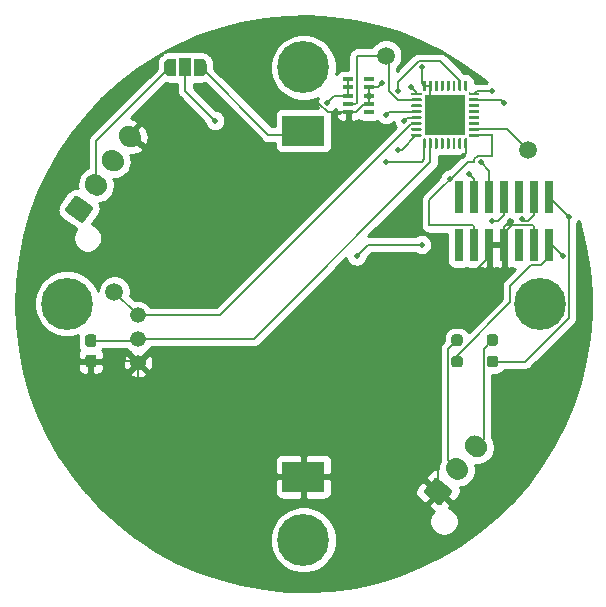
<source format=gbr>
%TF.GenerationSoftware,KiCad,Pcbnew,(5.1.9)-1*%
%TF.CreationDate,2022-04-02T11:09:43-04:00*%
%TF.ProjectId,Light_Sensor_schematic,4c696768-745f-4536-956e-736f725f7363,rev?*%
%TF.SameCoordinates,Original*%
%TF.FileFunction,Copper,L1,Top*%
%TF.FilePolarity,Positive*%
%FSLAX46Y46*%
G04 Gerber Fmt 4.6, Leading zero omitted, Abs format (unit mm)*
G04 Created by KiCad (PCBNEW (5.1.9)-1) date 2022-04-02 11:09:43*
%MOMM*%
%LPD*%
G01*
G04 APERTURE LIST*
%TA.AperFunction,SMDPad,CuDef*%
%ADD10R,0.740000X2.790000*%
%TD*%
%TA.AperFunction,SMDPad,CuDef*%
%ADD11R,3.450000X3.450000*%
%TD*%
%TA.AperFunction,SMDPad,CuDef*%
%ADD12R,3.600000X2.600000*%
%TD*%
%TA.AperFunction,ComponentPad*%
%ADD13C,4.400000*%
%TD*%
%TA.AperFunction,ComponentPad*%
%ADD14C,0.700000*%
%TD*%
%TA.AperFunction,ComponentPad*%
%ADD15C,1.330000*%
%TD*%
%TA.AperFunction,SMDPad,CuDef*%
%ADD16C,0.100000*%
%TD*%
%TA.AperFunction,SMDPad,CuDef*%
%ADD17R,1.000000X1.500000*%
%TD*%
%TA.AperFunction,SMDPad,CuDef*%
%ADD18C,1.500000*%
%TD*%
%TA.AperFunction,SMDPad,CuDef*%
%ADD19R,0.900000X0.350000*%
%TD*%
%TA.AperFunction,ViaPad*%
%ADD20C,0.508000*%
%TD*%
%TA.AperFunction,Conductor*%
%ADD21C,0.152400*%
%TD*%
%TA.AperFunction,Conductor*%
%ADD22C,0.254000*%
%TD*%
%TA.AperFunction,Conductor*%
%ADD23C,0.100000*%
%TD*%
G04 APERTURE END LIST*
D10*
%TO.P,U2,1*%
%TO.N,Net-(U2-Pad1)*%
X138190000Y-100032000D03*
%TO.P,U2,2*%
%TO.N,Net-(U2-Pad2)*%
X138190000Y-95968000D03*
%TO.P,U2,3*%
%TO.N,VDD*%
X139460000Y-100032000D03*
%TO.P,U2,4*%
%TO.N,/SWDIO*%
X139460000Y-95968000D03*
%TO.P,U2,5*%
%TO.N,GND*%
X140730000Y-100032000D03*
%TO.P,U2,6*%
%TO.N,/SWDCLK*%
X140730000Y-95968000D03*
%TO.P,U2,7*%
%TO.N,GND*%
X142000000Y-100032000D03*
%TO.P,U2,8*%
%TO.N,/SWO*%
X142000000Y-95968000D03*
%TO.P,U2,9*%
%TO.N,Net-(U2-Pad9)*%
X143270000Y-100032000D03*
%TO.P,U2,10*%
%TO.N,Net-(U2-Pad10)*%
X143270000Y-95968000D03*
%TO.P,U2,11*%
%TO.N,GND*%
X144540000Y-100032000D03*
%TO.P,U2,12*%
%TO.N,/NRST*%
X144540000Y-95968000D03*
%TO.P,U2,13*%
%TO.N,/RX*%
X145810000Y-100032000D03*
%TO.P,U2,14*%
%TO.N,/TX*%
X145810000Y-95968000D03*
%TD*%
%TO.P,U1,1*%
%TO.N,VDD*%
%TA.AperFunction,SMDPad,CuDef*%
G36*
G01*
X134125000Y-87312500D02*
X134125000Y-87187500D01*
G75*
G02*
X134187500Y-87125000I62500J0D01*
G01*
X134937500Y-87125000D01*
G75*
G02*
X135000000Y-87187500I0J-62500D01*
G01*
X135000000Y-87312500D01*
G75*
G02*
X134937500Y-87375000I-62500J0D01*
G01*
X134187500Y-87375000D01*
G75*
G02*
X134125000Y-87312500I0J62500D01*
G01*
G37*
%TD.AperFunction*%
%TO.P,U1,2*%
%TO.N,/oscillator*%
%TA.AperFunction,SMDPad,CuDef*%
G36*
G01*
X134125000Y-87812500D02*
X134125000Y-87687500D01*
G75*
G02*
X134187500Y-87625000I62500J0D01*
G01*
X134937500Y-87625000D01*
G75*
G02*
X135000000Y-87687500I0J-62500D01*
G01*
X135000000Y-87812500D01*
G75*
G02*
X134937500Y-87875000I-62500J0D01*
G01*
X134187500Y-87875000D01*
G75*
G02*
X134125000Y-87812500I0J62500D01*
G01*
G37*
%TD.AperFunction*%
%TO.P,U1,3*%
%TO.N,Net-(U1-Pad3)*%
%TA.AperFunction,SMDPad,CuDef*%
G36*
G01*
X134125000Y-88312500D02*
X134125000Y-88187500D01*
G75*
G02*
X134187500Y-88125000I62500J0D01*
G01*
X134937500Y-88125000D01*
G75*
G02*
X135000000Y-88187500I0J-62500D01*
G01*
X135000000Y-88312500D01*
G75*
G02*
X134937500Y-88375000I-62500J0D01*
G01*
X134187500Y-88375000D01*
G75*
G02*
X134125000Y-88312500I0J62500D01*
G01*
G37*
%TD.AperFunction*%
%TO.P,U1,4*%
%TO.N,/NRST*%
%TA.AperFunction,SMDPad,CuDef*%
G36*
G01*
X134125000Y-88812500D02*
X134125000Y-88687500D01*
G75*
G02*
X134187500Y-88625000I62500J0D01*
G01*
X134937500Y-88625000D01*
G75*
G02*
X135000000Y-88687500I0J-62500D01*
G01*
X135000000Y-88812500D01*
G75*
G02*
X134937500Y-88875000I-62500J0D01*
G01*
X134187500Y-88875000D01*
G75*
G02*
X134125000Y-88812500I0J62500D01*
G01*
G37*
%TD.AperFunction*%
%TO.P,U1,5*%
%TO.N,VDD*%
%TA.AperFunction,SMDPad,CuDef*%
G36*
G01*
X134125000Y-89312500D02*
X134125000Y-89187500D01*
G75*
G02*
X134187500Y-89125000I62500J0D01*
G01*
X134937500Y-89125000D01*
G75*
G02*
X135000000Y-89187500I0J-62500D01*
G01*
X135000000Y-89312500D01*
G75*
G02*
X134937500Y-89375000I-62500J0D01*
G01*
X134187500Y-89375000D01*
G75*
G02*
X134125000Y-89312500I0J62500D01*
G01*
G37*
%TD.AperFunction*%
%TO.P,U1,6*%
%TO.N,/tsl237_freq*%
%TA.AperFunction,SMDPad,CuDef*%
G36*
G01*
X134125000Y-89812500D02*
X134125000Y-89687500D01*
G75*
G02*
X134187500Y-89625000I62500J0D01*
G01*
X134937500Y-89625000D01*
G75*
G02*
X135000000Y-89687500I0J-62500D01*
G01*
X135000000Y-89812500D01*
G75*
G02*
X134937500Y-89875000I-62500J0D01*
G01*
X134187500Y-89875000D01*
G75*
G02*
X134125000Y-89812500I0J62500D01*
G01*
G37*
%TD.AperFunction*%
%TO.P,U1,7*%
%TO.N,Net-(U1-Pad7)*%
%TA.AperFunction,SMDPad,CuDef*%
G36*
G01*
X134125000Y-90312500D02*
X134125000Y-90187500D01*
G75*
G02*
X134187500Y-90125000I62500J0D01*
G01*
X134937500Y-90125000D01*
G75*
G02*
X135000000Y-90187500I0J-62500D01*
G01*
X135000000Y-90312500D01*
G75*
G02*
X134937500Y-90375000I-62500J0D01*
G01*
X134187500Y-90375000D01*
G75*
G02*
X134125000Y-90312500I0J62500D01*
G01*
G37*
%TD.AperFunction*%
%TO.P,U1,8*%
%TO.N,/TX*%
%TA.AperFunction,SMDPad,CuDef*%
G36*
G01*
X134125000Y-90812500D02*
X134125000Y-90687500D01*
G75*
G02*
X134187500Y-90625000I62500J0D01*
G01*
X134937500Y-90625000D01*
G75*
G02*
X135000000Y-90687500I0J-62500D01*
G01*
X135000000Y-90812500D01*
G75*
G02*
X134937500Y-90875000I-62500J0D01*
G01*
X134187500Y-90875000D01*
G75*
G02*
X134125000Y-90812500I0J62500D01*
G01*
G37*
%TD.AperFunction*%
%TO.P,U1,9*%
%TO.N,/RX*%
%TA.AperFunction,SMDPad,CuDef*%
G36*
G01*
X135125000Y-91812500D02*
X135125000Y-91062500D01*
G75*
G02*
X135187500Y-91000000I62500J0D01*
G01*
X135312500Y-91000000D01*
G75*
G02*
X135375000Y-91062500I0J-62500D01*
G01*
X135375000Y-91812500D01*
G75*
G02*
X135312500Y-91875000I-62500J0D01*
G01*
X135187500Y-91875000D01*
G75*
G02*
X135125000Y-91812500I0J62500D01*
G01*
G37*
%TD.AperFunction*%
%TO.P,U1,10*%
%TO.N,/sensor_pwr*%
%TA.AperFunction,SMDPad,CuDef*%
G36*
G01*
X135625000Y-91812500D02*
X135625000Y-91062500D01*
G75*
G02*
X135687500Y-91000000I62500J0D01*
G01*
X135812500Y-91000000D01*
G75*
G02*
X135875000Y-91062500I0J-62500D01*
G01*
X135875000Y-91812500D01*
G75*
G02*
X135812500Y-91875000I-62500J0D01*
G01*
X135687500Y-91875000D01*
G75*
G02*
X135625000Y-91812500I0J62500D01*
G01*
G37*
%TD.AperFunction*%
%TO.P,U1,11*%
%TO.N,Net-(U1-Pad11)*%
%TA.AperFunction,SMDPad,CuDef*%
G36*
G01*
X136125000Y-91812500D02*
X136125000Y-91062500D01*
G75*
G02*
X136187500Y-91000000I62500J0D01*
G01*
X136312500Y-91000000D01*
G75*
G02*
X136375000Y-91062500I0J-62500D01*
G01*
X136375000Y-91812500D01*
G75*
G02*
X136312500Y-91875000I-62500J0D01*
G01*
X136187500Y-91875000D01*
G75*
G02*
X136125000Y-91812500I0J62500D01*
G01*
G37*
%TD.AperFunction*%
%TO.P,U1,12*%
%TO.N,Net-(U1-Pad12)*%
%TA.AperFunction,SMDPad,CuDef*%
G36*
G01*
X136625000Y-91812500D02*
X136625000Y-91062500D01*
G75*
G02*
X136687500Y-91000000I62500J0D01*
G01*
X136812500Y-91000000D01*
G75*
G02*
X136875000Y-91062500I0J-62500D01*
G01*
X136875000Y-91812500D01*
G75*
G02*
X136812500Y-91875000I-62500J0D01*
G01*
X136687500Y-91875000D01*
G75*
G02*
X136625000Y-91812500I0J62500D01*
G01*
G37*
%TD.AperFunction*%
%TO.P,U1,13*%
%TO.N,Net-(U1-Pad13)*%
%TA.AperFunction,SMDPad,CuDef*%
G36*
G01*
X137125000Y-91812500D02*
X137125000Y-91062500D01*
G75*
G02*
X137187500Y-91000000I62500J0D01*
G01*
X137312500Y-91000000D01*
G75*
G02*
X137375000Y-91062500I0J-62500D01*
G01*
X137375000Y-91812500D01*
G75*
G02*
X137312500Y-91875000I-62500J0D01*
G01*
X137187500Y-91875000D01*
G75*
G02*
X137125000Y-91812500I0J62500D01*
G01*
G37*
%TD.AperFunction*%
%TO.P,U1,14*%
%TO.N,Net-(U1-Pad14)*%
%TA.AperFunction,SMDPad,CuDef*%
G36*
G01*
X137625000Y-91812500D02*
X137625000Y-91062500D01*
G75*
G02*
X137687500Y-91000000I62500J0D01*
G01*
X137812500Y-91000000D01*
G75*
G02*
X137875000Y-91062500I0J-62500D01*
G01*
X137875000Y-91812500D01*
G75*
G02*
X137812500Y-91875000I-62500J0D01*
G01*
X137687500Y-91875000D01*
G75*
G02*
X137625000Y-91812500I0J62500D01*
G01*
G37*
%TD.AperFunction*%
%TO.P,U1,15*%
%TO.N,Net-(U1-Pad15)*%
%TA.AperFunction,SMDPad,CuDef*%
G36*
G01*
X138125000Y-91812500D02*
X138125000Y-91062500D01*
G75*
G02*
X138187500Y-91000000I62500J0D01*
G01*
X138312500Y-91000000D01*
G75*
G02*
X138375000Y-91062500I0J-62500D01*
G01*
X138375000Y-91812500D01*
G75*
G02*
X138312500Y-91875000I-62500J0D01*
G01*
X138187500Y-91875000D01*
G75*
G02*
X138125000Y-91812500I0J62500D01*
G01*
G37*
%TD.AperFunction*%
%TO.P,U1,16*%
%TO.N,GND*%
%TA.AperFunction,SMDPad,CuDef*%
G36*
G01*
X138625000Y-91812500D02*
X138625000Y-91062500D01*
G75*
G02*
X138687500Y-91000000I62500J0D01*
G01*
X138812500Y-91000000D01*
G75*
G02*
X138875000Y-91062500I0J-62500D01*
G01*
X138875000Y-91812500D01*
G75*
G02*
X138812500Y-91875000I-62500J0D01*
G01*
X138687500Y-91875000D01*
G75*
G02*
X138625000Y-91812500I0J62500D01*
G01*
G37*
%TD.AperFunction*%
%TO.P,U1,17*%
%TO.N,VDD*%
%TA.AperFunction,SMDPad,CuDef*%
G36*
G01*
X139000000Y-90812500D02*
X139000000Y-90687500D01*
G75*
G02*
X139062500Y-90625000I62500J0D01*
G01*
X139812500Y-90625000D01*
G75*
G02*
X139875000Y-90687500I0J-62500D01*
G01*
X139875000Y-90812500D01*
G75*
G02*
X139812500Y-90875000I-62500J0D01*
G01*
X139062500Y-90875000D01*
G75*
G02*
X139000000Y-90812500I0J62500D01*
G01*
G37*
%TD.AperFunction*%
%TO.P,U1,18*%
%TO.N,/CLKOUT*%
%TA.AperFunction,SMDPad,CuDef*%
G36*
G01*
X139000000Y-90312500D02*
X139000000Y-90187500D01*
G75*
G02*
X139062500Y-90125000I62500J0D01*
G01*
X139812500Y-90125000D01*
G75*
G02*
X139875000Y-90187500I0J-62500D01*
G01*
X139875000Y-90312500D01*
G75*
G02*
X139812500Y-90375000I-62500J0D01*
G01*
X139062500Y-90375000D01*
G75*
G02*
X139000000Y-90312500I0J62500D01*
G01*
G37*
%TD.AperFunction*%
%TO.P,U1,19*%
%TO.N,Net-(U1-Pad19)*%
%TA.AperFunction,SMDPad,CuDef*%
G36*
G01*
X139000000Y-89812500D02*
X139000000Y-89687500D01*
G75*
G02*
X139062500Y-89625000I62500J0D01*
G01*
X139812500Y-89625000D01*
G75*
G02*
X139875000Y-89687500I0J-62500D01*
G01*
X139875000Y-89812500D01*
G75*
G02*
X139812500Y-89875000I-62500J0D01*
G01*
X139062500Y-89875000D01*
G75*
G02*
X139000000Y-89812500I0J62500D01*
G01*
G37*
%TD.AperFunction*%
%TO.P,U1,20*%
%TO.N,Net-(U1-Pad20)*%
%TA.AperFunction,SMDPad,CuDef*%
G36*
G01*
X139000000Y-89312500D02*
X139000000Y-89187500D01*
G75*
G02*
X139062500Y-89125000I62500J0D01*
G01*
X139812500Y-89125000D01*
G75*
G02*
X139875000Y-89187500I0J-62500D01*
G01*
X139875000Y-89312500D01*
G75*
G02*
X139812500Y-89375000I-62500J0D01*
G01*
X139062500Y-89375000D01*
G75*
G02*
X139000000Y-89312500I0J62500D01*
G01*
G37*
%TD.AperFunction*%
%TO.P,U1,21*%
%TO.N,Net-(U1-Pad21)*%
%TA.AperFunction,SMDPad,CuDef*%
G36*
G01*
X139000000Y-88812500D02*
X139000000Y-88687500D01*
G75*
G02*
X139062500Y-88625000I62500J0D01*
G01*
X139812500Y-88625000D01*
G75*
G02*
X139875000Y-88687500I0J-62500D01*
G01*
X139875000Y-88812500D01*
G75*
G02*
X139812500Y-88875000I-62500J0D01*
G01*
X139062500Y-88875000D01*
G75*
G02*
X139000000Y-88812500I0J62500D01*
G01*
G37*
%TD.AperFunction*%
%TO.P,U1,22*%
%TO.N,Net-(U1-Pad22)*%
%TA.AperFunction,SMDPad,CuDef*%
G36*
G01*
X139000000Y-88312500D02*
X139000000Y-88187500D01*
G75*
G02*
X139062500Y-88125000I62500J0D01*
G01*
X139812500Y-88125000D01*
G75*
G02*
X139875000Y-88187500I0J-62500D01*
G01*
X139875000Y-88312500D01*
G75*
G02*
X139812500Y-88375000I-62500J0D01*
G01*
X139062500Y-88375000D01*
G75*
G02*
X139000000Y-88312500I0J62500D01*
G01*
G37*
%TD.AperFunction*%
%TO.P,U1,23*%
%TO.N,/SWDIO*%
%TA.AperFunction,SMDPad,CuDef*%
G36*
G01*
X139000000Y-87812500D02*
X139000000Y-87687500D01*
G75*
G02*
X139062500Y-87625000I62500J0D01*
G01*
X139812500Y-87625000D01*
G75*
G02*
X139875000Y-87687500I0J-62500D01*
G01*
X139875000Y-87812500D01*
G75*
G02*
X139812500Y-87875000I-62500J0D01*
G01*
X139062500Y-87875000D01*
G75*
G02*
X139000000Y-87812500I0J62500D01*
G01*
G37*
%TD.AperFunction*%
%TO.P,U1,24*%
%TO.N,/SWDCLK*%
%TA.AperFunction,SMDPad,CuDef*%
G36*
G01*
X139000000Y-87312500D02*
X139000000Y-87187500D01*
G75*
G02*
X139062500Y-87125000I62500J0D01*
G01*
X139812500Y-87125000D01*
G75*
G02*
X139875000Y-87187500I0J-62500D01*
G01*
X139875000Y-87312500D01*
G75*
G02*
X139812500Y-87375000I-62500J0D01*
G01*
X139062500Y-87375000D01*
G75*
G02*
X139000000Y-87312500I0J62500D01*
G01*
G37*
%TD.AperFunction*%
%TO.P,U1,25*%
%TO.N,Net-(U1-Pad25)*%
%TA.AperFunction,SMDPad,CuDef*%
G36*
G01*
X138625000Y-86937500D02*
X138625000Y-86187500D01*
G75*
G02*
X138687500Y-86125000I62500J0D01*
G01*
X138812500Y-86125000D01*
G75*
G02*
X138875000Y-86187500I0J-62500D01*
G01*
X138875000Y-86937500D01*
G75*
G02*
X138812500Y-87000000I-62500J0D01*
G01*
X138687500Y-87000000D01*
G75*
G02*
X138625000Y-86937500I0J62500D01*
G01*
G37*
%TD.AperFunction*%
%TO.P,U1,26*%
%TO.N,/SWO*%
%TA.AperFunction,SMDPad,CuDef*%
G36*
G01*
X138125000Y-86937500D02*
X138125000Y-86187500D01*
G75*
G02*
X138187500Y-86125000I62500J0D01*
G01*
X138312500Y-86125000D01*
G75*
G02*
X138375000Y-86187500I0J-62500D01*
G01*
X138375000Y-86937500D01*
G75*
G02*
X138312500Y-87000000I-62500J0D01*
G01*
X138187500Y-87000000D01*
G75*
G02*
X138125000Y-86937500I0J62500D01*
G01*
G37*
%TD.AperFunction*%
%TO.P,U1,27*%
%TO.N,Net-(U1-Pad27)*%
%TA.AperFunction,SMDPad,CuDef*%
G36*
G01*
X137625000Y-86937500D02*
X137625000Y-86187500D01*
G75*
G02*
X137687500Y-86125000I62500J0D01*
G01*
X137812500Y-86125000D01*
G75*
G02*
X137875000Y-86187500I0J-62500D01*
G01*
X137875000Y-86937500D01*
G75*
G02*
X137812500Y-87000000I-62500J0D01*
G01*
X137687500Y-87000000D01*
G75*
G02*
X137625000Y-86937500I0J62500D01*
G01*
G37*
%TD.AperFunction*%
%TO.P,U1,28*%
%TO.N,Net-(U1-Pad28)*%
%TA.AperFunction,SMDPad,CuDef*%
G36*
G01*
X137125000Y-86937500D02*
X137125000Y-86187500D01*
G75*
G02*
X137187500Y-86125000I62500J0D01*
G01*
X137312500Y-86125000D01*
G75*
G02*
X137375000Y-86187500I0J-62500D01*
G01*
X137375000Y-86937500D01*
G75*
G02*
X137312500Y-87000000I-62500J0D01*
G01*
X137187500Y-87000000D01*
G75*
G02*
X137125000Y-86937500I0J62500D01*
G01*
G37*
%TD.AperFunction*%
%TO.P,U1,29*%
%TO.N,Net-(U1-Pad29)*%
%TA.AperFunction,SMDPad,CuDef*%
G36*
G01*
X136625000Y-86937500D02*
X136625000Y-86187500D01*
G75*
G02*
X136687500Y-86125000I62500J0D01*
G01*
X136812500Y-86125000D01*
G75*
G02*
X136875000Y-86187500I0J-62500D01*
G01*
X136875000Y-86937500D01*
G75*
G02*
X136812500Y-87000000I-62500J0D01*
G01*
X136687500Y-87000000D01*
G75*
G02*
X136625000Y-86937500I0J62500D01*
G01*
G37*
%TD.AperFunction*%
%TO.P,U1,30*%
%TO.N,Net-(U1-Pad30)*%
%TA.AperFunction,SMDPad,CuDef*%
G36*
G01*
X136125000Y-86937500D02*
X136125000Y-86187500D01*
G75*
G02*
X136187500Y-86125000I62500J0D01*
G01*
X136312500Y-86125000D01*
G75*
G02*
X136375000Y-86187500I0J-62500D01*
G01*
X136375000Y-86937500D01*
G75*
G02*
X136312500Y-87000000I-62500J0D01*
G01*
X136187500Y-87000000D01*
G75*
G02*
X136125000Y-86937500I0J62500D01*
G01*
G37*
%TD.AperFunction*%
%TO.P,U1,31*%
%TO.N,GND*%
%TA.AperFunction,SMDPad,CuDef*%
G36*
G01*
X135625000Y-86937500D02*
X135625000Y-86187500D01*
G75*
G02*
X135687500Y-86125000I62500J0D01*
G01*
X135812500Y-86125000D01*
G75*
G02*
X135875000Y-86187500I0J-62500D01*
G01*
X135875000Y-86937500D01*
G75*
G02*
X135812500Y-87000000I-62500J0D01*
G01*
X135687500Y-87000000D01*
G75*
G02*
X135625000Y-86937500I0J62500D01*
G01*
G37*
%TD.AperFunction*%
%TO.P,U1,32*%
%TA.AperFunction,SMDPad,CuDef*%
G36*
G01*
X135125000Y-86937500D02*
X135125000Y-86187500D01*
G75*
G02*
X135187500Y-86125000I62500J0D01*
G01*
X135312500Y-86125000D01*
G75*
G02*
X135375000Y-86187500I0J-62500D01*
G01*
X135375000Y-86937500D01*
G75*
G02*
X135312500Y-87000000I-62500J0D01*
G01*
X135187500Y-87000000D01*
G75*
G02*
X135125000Y-86937500I0J62500D01*
G01*
G37*
%TD.AperFunction*%
D11*
%TO.P,U1,33*%
X137000000Y-89000000D03*
%TD*%
D12*
%TO.P,BT1,2*%
%TO.N,GND*%
X125000000Y-119650000D03*
%TO.P,BT1,1*%
%TO.N,Net-(BT1-Pad1)*%
X125000000Y-90350000D03*
%TD*%
%TO.P,C1,1*%
%TO.N,/sensor_pwr*%
%TA.AperFunction,SMDPad,CuDef*%
G36*
G01*
X106762500Y-107600000D02*
X107237500Y-107600000D01*
G75*
G02*
X107475000Y-107837500I0J-237500D01*
G01*
X107475000Y-108437500D01*
G75*
G02*
X107237500Y-108675000I-237500J0D01*
G01*
X106762500Y-108675000D01*
G75*
G02*
X106525000Y-108437500I0J237500D01*
G01*
X106525000Y-107837500D01*
G75*
G02*
X106762500Y-107600000I237500J0D01*
G01*
G37*
%TD.AperFunction*%
%TO.P,C1,2*%
%TO.N,GND*%
%TA.AperFunction,SMDPad,CuDef*%
G36*
G01*
X106762500Y-109325000D02*
X107237500Y-109325000D01*
G75*
G02*
X107475000Y-109562500I0J-237500D01*
G01*
X107475000Y-110162500D01*
G75*
G02*
X107237500Y-110400000I-237500J0D01*
G01*
X106762500Y-110400000D01*
G75*
G02*
X106525000Y-110162500I0J237500D01*
G01*
X106525000Y-109562500D01*
G75*
G02*
X106762500Y-109325000I237500J0D01*
G01*
G37*
%TD.AperFunction*%
%TD*%
D13*
%TO.P,H1,1*%
%TO.N,N/C*%
X125000000Y-125000000D03*
D14*
X126650000Y-125000000D03*
X126166726Y-126166726D03*
X125000000Y-126650000D03*
X123833274Y-126166726D03*
X123350000Y-125000000D03*
X123833274Y-123833274D03*
X125000000Y-123350000D03*
X126166726Y-123833274D03*
%TD*%
%TO.P,H2,1*%
%TO.N,N/C*%
X126166726Y-83833274D03*
X125000000Y-83350000D03*
X123833274Y-83833274D03*
X123350000Y-85000000D03*
X123833274Y-86166726D03*
X125000000Y-86650000D03*
X126166726Y-86166726D03*
X126650000Y-85000000D03*
D13*
X125000000Y-85000000D03*
%TD*%
%TO.P,H3,1*%
%TO.N,N/C*%
X145000000Y-105000000D03*
D14*
X146650000Y-105000000D03*
X146166726Y-106166726D03*
X145000000Y-106650000D03*
X143833274Y-106166726D03*
X143350000Y-105000000D03*
X143833274Y-103833274D03*
X145000000Y-103350000D03*
X146166726Y-103833274D03*
%TD*%
%TO.P,H4,1*%
%TO.N,N/C*%
X106166726Y-103833274D03*
X105000000Y-103350000D03*
X103833274Y-103833274D03*
X103350000Y-105000000D03*
X103833274Y-106166726D03*
X105000000Y-106650000D03*
X106166726Y-106166726D03*
X106650000Y-105000000D03*
D13*
X105000000Y-105000000D03*
%TD*%
D15*
%TO.P,IC1,1*%
%TO.N,GND*%
X111000000Y-110000000D03*
%TO.P,IC1,2*%
%TO.N,/sensor_pwr*%
X111000000Y-108000000D03*
%TO.P,IC1,3*%
%TO.N,/tsl237_freq*%
X111000000Y-106000000D03*
%TD*%
%TO.P,J1,1*%
%TO.N,GND*%
%TA.AperFunction,ComponentPad*%
G36*
G01*
X136402044Y-122032270D02*
X135291279Y-121100228D01*
G75*
G02*
X135260465Y-120748020I160697J191511D01*
G01*
X136031810Y-119828766D01*
G75*
G02*
X136384018Y-119797952I191511J-160697D01*
G01*
X137494783Y-120729994D01*
G75*
G02*
X137525597Y-121082202I-160697J-191511D01*
G01*
X136754252Y-122001456D01*
G75*
G02*
X136402044Y-122032270I-191511J160697D01*
G01*
G37*
%TD.AperFunction*%
%TO.P,J1,2*%
%TO.N,Net-(J1-Pad2)*%
%TA.AperFunction,ComponentPad*%
G36*
G01*
X137549387Y-119731486D02*
X137357875Y-119570790D01*
G75*
G02*
X137253106Y-118373283I546369J651138D01*
G01*
X137253106Y-118373283D01*
G75*
G02*
X138450613Y-118268514I651138J-546369D01*
G01*
X138642125Y-118429210D01*
G75*
G02*
X138746894Y-119626717I-546369J-651138D01*
G01*
X138746894Y-119626717D01*
G75*
G02*
X137549387Y-119731486I-651138J546369D01*
G01*
G37*
%TD.AperFunction*%
%TO.P,J1,3*%
%TO.N,Net-(J1-Pad3)*%
%TA.AperFunction,ComponentPad*%
G36*
G01*
X139156356Y-117816375D02*
X138964844Y-117655679D01*
G75*
G02*
X138860075Y-116458172I546369J651138D01*
G01*
X138860075Y-116458172D01*
G75*
G02*
X140057582Y-116353403I651138J-546369D01*
G01*
X140249094Y-116514099D01*
G75*
G02*
X140353863Y-117711606I-546369J-651138D01*
G01*
X140353863Y-117711606D01*
G75*
G02*
X139156356Y-117816375I-651138J546369D01*
G01*
G37*
%TD.AperFunction*%
%TD*%
%TO.P,J3,1*%
%TO.N,Net-(J3-Pad1)*%
%TA.AperFunction,ComponentPad*%
G36*
G01*
X106106345Y-98112122D02*
X104918575Y-97280436D01*
G75*
G02*
X104857181Y-96932254I143394J204788D01*
G01*
X105545473Y-95949272D01*
G75*
G02*
X105893655Y-95887878I204788J-143394D01*
G01*
X107081425Y-96719564D01*
G75*
G02*
X107142819Y-97067746I-143394J-204788D01*
G01*
X106454527Y-98050728D01*
G75*
G02*
X106106345Y-98112122I-204788J143394D01*
G01*
G37*
%TD.AperFunction*%
%TO.P,J3,2*%
%TO.N,Net-(J3-Pad2)*%
%TA.AperFunction,ComponentPad*%
G36*
G01*
X107048795Y-95720096D02*
X106844007Y-95576702D01*
G75*
G02*
X106635268Y-94392883I487540J696279D01*
G01*
X106635268Y-94392883D01*
G75*
G02*
X107819087Y-94184144I696279J-487540D01*
G01*
X108023875Y-94327538D01*
G75*
G02*
X108232614Y-95511357I-487540J-696279D01*
G01*
X108232614Y-95511357D01*
G75*
G02*
X107048795Y-95720096I-696279J487540D01*
G01*
G37*
%TD.AperFunction*%
%TO.P,J3,3*%
%TO.N,Net-(J3-Pad3)*%
%TA.AperFunction,ComponentPad*%
G36*
G01*
X108482736Y-93672216D02*
X108277948Y-93528822D01*
G75*
G02*
X108069209Y-92345003I487540J696279D01*
G01*
X108069209Y-92345003D01*
G75*
G02*
X109253028Y-92136264I696279J-487540D01*
G01*
X109457816Y-92279658D01*
G75*
G02*
X109666555Y-93463477I-487540J-696279D01*
G01*
X109666555Y-93463477D01*
G75*
G02*
X108482736Y-93672216I-696279J487540D01*
G01*
G37*
%TD.AperFunction*%
%TO.P,J3,4*%
%TO.N,GND*%
%TA.AperFunction,ComponentPad*%
G36*
G01*
X109916677Y-91624336D02*
X109711889Y-91480942D01*
G75*
G02*
X109503150Y-90297123I487540J696279D01*
G01*
X109503150Y-90297123D01*
G75*
G02*
X110686969Y-90088384I696279J-487540D01*
G01*
X110891757Y-90231778D01*
G75*
G02*
X111100496Y-91415597I-487540J-696279D01*
G01*
X111100496Y-91415597D01*
G75*
G02*
X109916677Y-91624336I-696279J487540D01*
G01*
G37*
%TD.AperFunction*%
%TD*%
%TA.AperFunction,SMDPad,CuDef*%
D16*
%TO.P,JP2,1*%
%TO.N,Net-(BT1-Pad1)*%
G36*
X115750000Y-84250000D02*
G01*
X116300000Y-84250000D01*
X116300000Y-84250602D01*
X116324534Y-84250602D01*
X116373365Y-84255412D01*
X116421490Y-84264984D01*
X116468445Y-84279228D01*
X116513778Y-84298005D01*
X116557051Y-84321136D01*
X116597850Y-84348396D01*
X116635779Y-84379524D01*
X116670476Y-84414221D01*
X116701604Y-84452150D01*
X116728864Y-84492949D01*
X116751995Y-84536222D01*
X116770772Y-84581555D01*
X116785016Y-84628510D01*
X116794588Y-84676635D01*
X116799398Y-84725466D01*
X116799398Y-84750000D01*
X116800000Y-84750000D01*
X116800000Y-85250000D01*
X116799398Y-85250000D01*
X116799398Y-85274534D01*
X116794588Y-85323365D01*
X116785016Y-85371490D01*
X116770772Y-85418445D01*
X116751995Y-85463778D01*
X116728864Y-85507051D01*
X116701604Y-85547850D01*
X116670476Y-85585779D01*
X116635779Y-85620476D01*
X116597850Y-85651604D01*
X116557051Y-85678864D01*
X116513778Y-85701995D01*
X116468445Y-85720772D01*
X116421490Y-85735016D01*
X116373365Y-85744588D01*
X116324534Y-85749398D01*
X116300000Y-85749398D01*
X116300000Y-85750000D01*
X115750000Y-85750000D01*
X115750000Y-84250000D01*
G37*
%TD.AperFunction*%
%TA.AperFunction,SMDPad,CuDef*%
%TO.P,JP2,3*%
%TO.N,Net-(J3-Pad2)*%
G36*
X113700000Y-85749398D02*
G01*
X113675466Y-85749398D01*
X113626635Y-85744588D01*
X113578510Y-85735016D01*
X113531555Y-85720772D01*
X113486222Y-85701995D01*
X113442949Y-85678864D01*
X113402150Y-85651604D01*
X113364221Y-85620476D01*
X113329524Y-85585779D01*
X113298396Y-85547850D01*
X113271136Y-85507051D01*
X113248005Y-85463778D01*
X113229228Y-85418445D01*
X113214984Y-85371490D01*
X113205412Y-85323365D01*
X113200602Y-85274534D01*
X113200602Y-85250000D01*
X113200000Y-85250000D01*
X113200000Y-84750000D01*
X113200602Y-84750000D01*
X113200602Y-84725466D01*
X113205412Y-84676635D01*
X113214984Y-84628510D01*
X113229228Y-84581555D01*
X113248005Y-84536222D01*
X113271136Y-84492949D01*
X113298396Y-84452150D01*
X113329524Y-84414221D01*
X113364221Y-84379524D01*
X113402150Y-84348396D01*
X113442949Y-84321136D01*
X113486222Y-84298005D01*
X113531555Y-84279228D01*
X113578510Y-84264984D01*
X113626635Y-84255412D01*
X113675466Y-84250602D01*
X113700000Y-84250602D01*
X113700000Y-84250000D01*
X114250000Y-84250000D01*
X114250000Y-85750000D01*
X113700000Y-85750000D01*
X113700000Y-85749398D01*
G37*
%TD.AperFunction*%
D17*
%TO.P,JP2,2*%
%TO.N,VDD*%
X115000000Y-85000000D03*
%TD*%
%TO.P,R3,1*%
%TO.N,/TX*%
%TA.AperFunction,SMDPad,CuDef*%
G36*
G01*
X141237500Y-110400000D02*
X140762500Y-110400000D01*
G75*
G02*
X140525000Y-110162500I0J237500D01*
G01*
X140525000Y-109662500D01*
G75*
G02*
X140762500Y-109425000I237500J0D01*
G01*
X141237500Y-109425000D01*
G75*
G02*
X141475000Y-109662500I0J-237500D01*
G01*
X141475000Y-110162500D01*
G75*
G02*
X141237500Y-110400000I-237500J0D01*
G01*
G37*
%TD.AperFunction*%
%TO.P,R3,2*%
%TO.N,Net-(J1-Pad3)*%
%TA.AperFunction,SMDPad,CuDef*%
G36*
G01*
X141237500Y-108575000D02*
X140762500Y-108575000D01*
G75*
G02*
X140525000Y-108337500I0J237500D01*
G01*
X140525000Y-107837500D01*
G75*
G02*
X140762500Y-107600000I237500J0D01*
G01*
X141237500Y-107600000D01*
G75*
G02*
X141475000Y-107837500I0J-237500D01*
G01*
X141475000Y-108337500D01*
G75*
G02*
X141237500Y-108575000I-237500J0D01*
G01*
G37*
%TD.AperFunction*%
%TD*%
%TO.P,R4,2*%
%TO.N,Net-(J1-Pad2)*%
%TA.AperFunction,SMDPad,CuDef*%
G36*
G01*
X138237500Y-108575000D02*
X137762500Y-108575000D01*
G75*
G02*
X137525000Y-108337500I0J237500D01*
G01*
X137525000Y-107837500D01*
G75*
G02*
X137762500Y-107600000I237500J0D01*
G01*
X138237500Y-107600000D01*
G75*
G02*
X138475000Y-107837500I0J-237500D01*
G01*
X138475000Y-108337500D01*
G75*
G02*
X138237500Y-108575000I-237500J0D01*
G01*
G37*
%TD.AperFunction*%
%TO.P,R4,1*%
%TO.N,/RX*%
%TA.AperFunction,SMDPad,CuDef*%
G36*
G01*
X138237500Y-110400000D02*
X137762500Y-110400000D01*
G75*
G02*
X137525000Y-110162500I0J237500D01*
G01*
X137525000Y-109662500D01*
G75*
G02*
X137762500Y-109425000I237500J0D01*
G01*
X138237500Y-109425000D01*
G75*
G02*
X138475000Y-109662500I0J-237500D01*
G01*
X138475000Y-110162500D01*
G75*
G02*
X138237500Y-110400000I-237500J0D01*
G01*
G37*
%TD.AperFunction*%
%TD*%
D18*
%TO.P,TP1,1*%
%TO.N,/CLKOUT*%
X144000000Y-92000000D03*
%TD*%
%TO.P,TP2,1*%
%TO.N,/oscillator*%
X132000000Y-84000000D03*
%TD*%
%TO.P,TP6,1*%
%TO.N,/tsl237_freq*%
X109000000Y-104000000D03*
%TD*%
D19*
%TO.P,U3,1*%
%TO.N,VDD*%
X128800000Y-86000000D03*
%TO.P,U3,10*%
%TO.N,Net-(U3-Pad10)*%
X130540000Y-86000000D03*
%TO.P,U3,2*%
%TO.N,VDD*%
X128800000Y-86700000D03*
%TO.P,U3,9*%
%TO.N,GND*%
X130540000Y-86700000D03*
%TO.P,U3,3*%
%TO.N,VDD*%
X128800000Y-87400000D03*
%TO.P,U3,8*%
%TO.N,GND*%
X130540000Y-87400000D03*
%TO.P,U3,4*%
%TO.N,/oscillator*%
X128800000Y-88100000D03*
%TO.P,U3,7*%
%TO.N,GND*%
X130540000Y-88100000D03*
%TO.P,U3,5*%
X128800000Y-88800000D03*
%TO.P,U3,6*%
%TO.N,Net-(U3-Pad6)*%
X130540000Y-88800000D03*
%TD*%
D20*
%TO.N,GND*%
X131677096Y-86322904D03*
X135000000Y-85000000D03*
X120500000Y-88000000D03*
X113000000Y-88000000D03*
X142500000Y-98000000D03*
X138500000Y-92500000D03*
%TO.N,VDD*%
X117500000Y-89500000D03*
X127000000Y-88000000D03*
X137389663Y-94428336D03*
X133530200Y-89500000D03*
X134124909Y-86624909D03*
%TO.N,/TX*%
X133000000Y-92000000D03*
X147476201Y-97634201D03*
%TO.N,/RX*%
X146946001Y-101000000D03*
X132000000Y-93000000D03*
%TO.N,/NRST*%
X143500000Y-97830599D03*
X135000000Y-100000000D03*
X129500000Y-101000000D03*
X132000000Y-89000000D03*
%TO.N,/SWDIO*%
X139000000Y-94000000D03*
X142000000Y-88000000D03*
%TO.N,/SWDCLK*%
X140000000Y-93000000D03*
X141000000Y-87000000D03*
%TO.N,/SWO*%
X141000000Y-98000000D03*
X133000000Y-87000000D03*
%TD*%
D21*
%TO.N,GND*%
X110862500Y-109862500D02*
X111000000Y-110000000D01*
X107000000Y-109862500D02*
X110862500Y-109862500D01*
X140730000Y-101024162D02*
X140730000Y-100032000D01*
X136393031Y-105361131D02*
X140730000Y-101024162D01*
X136393031Y-120915111D02*
X136393031Y-105361131D01*
X142123801Y-98360799D02*
X142000000Y-98484600D01*
X142000000Y-98484600D02*
X142000000Y-100032000D01*
X144416199Y-98360799D02*
X142123801Y-98360799D01*
X144540000Y-98484600D02*
X144416199Y-98360799D01*
X144540000Y-100032000D02*
X144540000Y-98484600D01*
X142000000Y-100032000D02*
X140730000Y-100032000D01*
%TO.N,Net-(BT1-Pad1)*%
X125550000Y-89800000D02*
X125000000Y-90350000D01*
%TO.N,GND*%
X135000000Y-86312500D02*
X135250000Y-86562500D01*
X135000000Y-85000000D02*
X135000000Y-86312500D01*
X135250000Y-86562500D02*
X135750000Y-86562500D01*
X135750000Y-87750000D02*
X137000000Y-89000000D01*
X135750000Y-86562500D02*
X135750000Y-87750000D01*
X138750000Y-91854010D02*
X138750000Y-91437500D01*
X135127920Y-119650000D02*
X136393031Y-120915111D01*
X125000000Y-119650000D02*
X135127920Y-119650000D01*
X142679039Y-98360799D02*
X142000000Y-99039838D01*
X142123801Y-98360799D02*
X142679039Y-98360799D01*
X127047162Y-88800000D02*
X126247162Y-88000000D01*
X128800000Y-88800000D02*
X127047162Y-88800000D01*
X126247162Y-88000000D02*
X120500000Y-88000000D01*
X110301823Y-90698177D02*
X110301823Y-90856360D01*
X113000000Y-88000000D02*
X110301823Y-90698177D01*
X130117838Y-88100000D02*
X130540000Y-88100000D01*
X129417838Y-88800000D02*
X130117838Y-88100000D01*
X128800000Y-88800000D02*
X129417838Y-88800000D01*
X130540000Y-88100000D02*
X130540000Y-86700000D01*
X131300000Y-86700000D02*
X131677096Y-86322904D01*
X130540000Y-86700000D02*
X131300000Y-86700000D01*
X142000000Y-98484600D02*
X142015400Y-98484600D01*
X142015400Y-98484600D02*
X142500000Y-98000000D01*
X138750000Y-92250000D02*
X138750000Y-91437500D01*
X138500000Y-92500000D02*
X138750000Y-92250000D01*
X111000000Y-110000000D02*
X111000000Y-119000000D01*
X111650000Y-119650000D02*
X125000000Y-119650000D01*
X111000000Y-119000000D02*
X111650000Y-119650000D01*
%TO.N,Net-(BT1-Pad1)*%
X125145973Y-90702409D02*
X125249191Y-90599191D01*
X122002409Y-90702409D02*
X125145973Y-90702409D01*
X116300000Y-85000000D02*
X122002409Y-90702409D01*
%TO.N,VDD*%
X134562500Y-87250000D02*
X134250000Y-87250000D01*
X115000000Y-85000000D02*
X115000000Y-87000000D01*
X115000000Y-87000000D02*
X117500000Y-89500000D01*
X127600000Y-87400000D02*
X128800000Y-87400000D01*
X127000000Y-88000000D02*
X127600000Y-87400000D01*
X128800000Y-87400000D02*
X128800000Y-86700000D01*
X128800000Y-86700000D02*
X128800000Y-86000000D01*
X139336199Y-98360799D02*
X135639201Y-98360799D01*
X139460000Y-98484600D02*
X139336199Y-98360799D01*
X139460000Y-100032000D02*
X139460000Y-98484600D01*
X135639201Y-96256637D02*
X138895838Y-93000000D01*
X135639201Y-98360799D02*
X135639201Y-96256637D01*
X138895838Y-93000000D02*
X139469799Y-93000000D01*
X139745503Y-92469799D02*
X140969799Y-92469799D01*
X139469799Y-92745503D02*
X139745503Y-92469799D01*
X139469799Y-93000000D02*
X139469799Y-92745503D01*
X140969799Y-92469799D02*
X141000000Y-92439598D01*
X141000000Y-92439598D02*
X141000000Y-90602410D01*
X140852410Y-90750000D02*
X139437500Y-90750000D01*
X141000000Y-90602410D02*
X140852410Y-90750000D01*
X141000000Y-90602410D02*
X141000000Y-90780200D01*
X133780200Y-89250000D02*
X133530200Y-89500000D01*
X134562500Y-89250000D02*
X133780200Y-89250000D01*
X134562500Y-87062500D02*
X134124909Y-86624909D01*
X134562500Y-87250000D02*
X134562500Y-87062500D01*
%TO.N,/sensor_pwr*%
X110862500Y-108137500D02*
X111000000Y-108000000D01*
X107000000Y-108137500D02*
X110862500Y-108137500D01*
X135750000Y-93034698D02*
X135750000Y-91437500D01*
X120784698Y-108000000D02*
X135750000Y-93034698D01*
X111000000Y-108000000D02*
X120784698Y-108000000D01*
%TO.N,/tsl237_freq*%
X109000000Y-104000000D02*
X111000000Y-106000000D01*
X134145990Y-89750000D02*
X134562500Y-89750000D01*
X117895990Y-106000000D02*
X134145990Y-89750000D01*
X111000000Y-106000000D02*
X117895990Y-106000000D01*
%TO.N,Net-(J1-Pad2)*%
X137248790Y-118248790D02*
X138000000Y-119000000D01*
X137248790Y-108838710D02*
X137248790Y-118248790D01*
X138000000Y-108087500D02*
X137248790Y-108838710D01*
%TO.N,Net-(J1-Pad3)*%
X140248790Y-116443068D02*
X139606969Y-117084889D01*
X140248790Y-108838710D02*
X140248790Y-116443068D01*
X141000000Y-108087500D02*
X140248790Y-108838710D01*
%TO.N,Net-(J3-Pad2)*%
X107433941Y-91266059D02*
X113700000Y-85000000D01*
X107433941Y-94952120D02*
X107433941Y-91266059D01*
%TO.N,/TX*%
X147476201Y-97634201D02*
X145810000Y-95968000D01*
X147476201Y-106188577D02*
X147476201Y-97634201D01*
X143752278Y-109912500D02*
X147476201Y-106188577D01*
X141000000Y-109912500D02*
X143752278Y-109912500D01*
X134562500Y-90750000D02*
X133312500Y-92000000D01*
X133312500Y-92000000D02*
X133000000Y-92000000D01*
%TO.N,/RX*%
X145810000Y-101024162D02*
X145810000Y-100032000D01*
X145130961Y-101703201D02*
X145810000Y-101024162D01*
X144296799Y-101703201D02*
X145130961Y-101703201D01*
X142523799Y-103476201D02*
X144296799Y-101703201D01*
X142523799Y-104901201D02*
X142523799Y-103476201D01*
X138000000Y-109425000D02*
X142523799Y-104901201D01*
X138000000Y-109912500D02*
X138000000Y-109425000D01*
X145810000Y-100032000D02*
X146032000Y-100032000D01*
X146032000Y-100032000D02*
X147000000Y-101000000D01*
X147000000Y-101000000D02*
X146946001Y-101000000D01*
X135250000Y-91437500D02*
X135250000Y-92750000D01*
X135000000Y-93000000D02*
X132000000Y-93000000D01*
X135250000Y-92750000D02*
X135000000Y-93000000D01*
%TO.N,/CLKOUT*%
X142250000Y-90250000D02*
X139437500Y-90250000D01*
X144000000Y-92000000D02*
X142250000Y-90250000D01*
%TO.N,/oscillator*%
X129526201Y-87976199D02*
X129526201Y-84026201D01*
X129402400Y-88100000D02*
X129526201Y-87976199D01*
X128800000Y-88100000D02*
X129402400Y-88100000D01*
X129552402Y-84000000D02*
X132000000Y-84000000D01*
X129526201Y-84026201D02*
X129552402Y-84000000D01*
X132965302Y-87750000D02*
X134562500Y-87750000D01*
X132207297Y-86991995D02*
X132965302Y-87750000D01*
X132207297Y-84207297D02*
X132207297Y-86991995D01*
X132000000Y-84000000D02*
X132207297Y-84207297D01*
%TO.N,/NRST*%
X144540000Y-97515400D02*
X144055400Y-98000000D01*
X144540000Y-95968000D02*
X144540000Y-97515400D01*
X143669401Y-98000000D02*
X143500000Y-97830599D01*
X144055400Y-98000000D02*
X143669401Y-98000000D01*
X135000000Y-100000000D02*
X130500000Y-100000000D01*
X130500000Y-100000000D02*
X129500000Y-101000000D01*
X134562500Y-88750000D02*
X132250000Y-88750000D01*
X132250000Y-88750000D02*
X132000000Y-89000000D01*
%TO.N,/SWDIO*%
X139460000Y-94420600D02*
X139039400Y-94000000D01*
X139460000Y-95968000D02*
X139460000Y-94420600D01*
X139039400Y-94000000D02*
X139000000Y-94000000D01*
X139441499Y-87746001D02*
X139437500Y-87750000D01*
X141746001Y-87746001D02*
X139441499Y-87746001D01*
X142000000Y-88000000D02*
X141746001Y-87746001D01*
%TO.N,/SWDCLK*%
X140730000Y-95968000D02*
X140730000Y-94730000D01*
X140730000Y-95968000D02*
X140730000Y-93730000D01*
X140730000Y-93730000D02*
X140000000Y-93000000D01*
X139687500Y-87000000D02*
X139437500Y-87250000D01*
X141000000Y-87000000D02*
X139687500Y-87000000D01*
%TO.N,/SWO*%
X142000000Y-97515400D02*
X141515400Y-98000000D01*
X142000000Y-95968000D02*
X142000000Y-97515400D01*
X141515400Y-98000000D02*
X141000000Y-98000000D01*
X133000000Y-86215302D02*
X133000000Y-87000000D01*
X134745503Y-84469799D02*
X133000000Y-86215302D01*
X136594799Y-84469799D02*
X134745503Y-84469799D01*
X138250000Y-86125000D02*
X136594799Y-84469799D01*
X138250000Y-86562500D02*
X138250000Y-86125000D01*
%TD*%
D22*
%TO.N,GND*%
X113028309Y-83832958D02*
X112931618Y-83912310D01*
X112862310Y-83981618D01*
X112782958Y-84078309D01*
X112728502Y-84159808D01*
X112669536Y-84270125D01*
X112632027Y-84360681D01*
X112595718Y-84480377D01*
X112576596Y-84576510D01*
X112564336Y-84700991D01*
X112564336Y-84725550D01*
X112561928Y-84750000D01*
X112561928Y-85132283D01*
X106955751Y-90738462D01*
X106928615Y-90760732D01*
X106906345Y-90787868D01*
X106906344Y-90787869D01*
X106839739Y-90869027D01*
X106782620Y-90975890D01*
X106773700Y-90992578D01*
X106733033Y-91126639D01*
X106731024Y-91147033D01*
X106719301Y-91266059D01*
X106722742Y-91300995D01*
X106722741Y-93524147D01*
X106529797Y-93621928D01*
X106299682Y-93802523D01*
X106109221Y-94024542D01*
X105965733Y-94279452D01*
X105874734Y-94557456D01*
X105839718Y-94847873D01*
X105862032Y-95139538D01*
X105884147Y-95218612D01*
X105769635Y-95204805D01*
X105596049Y-95218086D01*
X105428390Y-95264976D01*
X105273101Y-95343673D01*
X105136148Y-95451155D01*
X105022795Y-95583289D01*
X104334503Y-96566271D01*
X104249107Y-96717980D01*
X104194948Y-96883434D01*
X104174108Y-97056275D01*
X104187389Y-97229860D01*
X104234279Y-97397519D01*
X104312977Y-97552809D01*
X104420458Y-97689761D01*
X104552592Y-97803114D01*
X105740362Y-98634800D01*
X105776617Y-98655207D01*
X105761295Y-98670529D01*
X105626139Y-98872804D01*
X105533042Y-99097560D01*
X105485582Y-99336159D01*
X105485582Y-99579433D01*
X105533042Y-99818032D01*
X105626139Y-100042788D01*
X105761295Y-100245063D01*
X105933315Y-100417083D01*
X106135590Y-100552239D01*
X106360346Y-100645336D01*
X106598945Y-100692796D01*
X106842219Y-100692796D01*
X107080818Y-100645336D01*
X107305574Y-100552239D01*
X107507849Y-100417083D01*
X107679869Y-100245063D01*
X107815025Y-100042788D01*
X107908122Y-99818032D01*
X107955582Y-99579433D01*
X107955582Y-99336159D01*
X107908122Y-99097560D01*
X107815025Y-98872804D01*
X107679869Y-98670529D01*
X107507849Y-98498509D01*
X107305574Y-98363353D01*
X107080818Y-98270256D01*
X107079884Y-98270070D01*
X107665497Y-97433729D01*
X107750893Y-97282020D01*
X107805052Y-97116566D01*
X107825892Y-96943725D01*
X107812611Y-96770140D01*
X107765721Y-96602481D01*
X107713581Y-96499595D01*
X107795450Y-96493332D01*
X108077159Y-96414545D01*
X108338086Y-96282312D01*
X108568200Y-96101717D01*
X108758661Y-95879698D01*
X108902149Y-95624788D01*
X108993149Y-95346784D01*
X109028164Y-95056367D01*
X109005850Y-94764702D01*
X108927063Y-94482993D01*
X108918150Y-94465406D01*
X108937725Y-94467766D01*
X109229391Y-94445452D01*
X109511100Y-94366665D01*
X109772027Y-94234432D01*
X110002141Y-94053837D01*
X110192602Y-93831818D01*
X110336090Y-93576908D01*
X110427090Y-93298904D01*
X110462105Y-93008487D01*
X110439791Y-92716822D01*
X110361004Y-92435113D01*
X110347813Y-92409084D01*
X110606440Y-92399138D01*
X110889548Y-92331420D01*
X111154006Y-92209772D01*
X111380301Y-92047201D01*
X111412780Y-91789299D01*
X110333011Y-91033237D01*
X110321540Y-91049620D01*
X110113474Y-90903931D01*
X110124946Y-90887548D01*
X110108563Y-90876077D01*
X110144206Y-90825172D01*
X110478700Y-90825172D01*
X111558469Y-91581235D01*
X111789709Y-91462507D01*
X111865077Y-91194256D01*
X111888940Y-90904141D01*
X111855746Y-90614945D01*
X111766770Y-90337782D01*
X111625432Y-90083303D01*
X111437164Y-89861288D01*
X111166512Y-89842873D01*
X110478700Y-90825172D01*
X110144206Y-90825172D01*
X110254252Y-90668011D01*
X110270635Y-90679483D01*
X110958448Y-89697185D01*
X110848575Y-89449154D01*
X110575558Y-89348173D01*
X110387553Y-89318235D01*
X113369863Y-86335926D01*
X113430377Y-86354282D01*
X113526510Y-86373404D01*
X113650991Y-86385664D01*
X113675550Y-86385664D01*
X113700000Y-86388072D01*
X114250000Y-86388072D01*
X114288801Y-86384251D01*
X114288801Y-86965064D01*
X114285360Y-87000000D01*
X114288801Y-87034936D01*
X114299092Y-87139420D01*
X114336704Y-87263409D01*
X114339759Y-87273481D01*
X114405798Y-87397032D01*
X114466397Y-87470872D01*
X114494674Y-87505327D01*
X114521810Y-87527597D01*
X116618258Y-89624046D01*
X116645164Y-89759312D01*
X116712179Y-89921099D01*
X116809469Y-90066704D01*
X116933296Y-90190531D01*
X117078901Y-90287821D01*
X117240688Y-90354836D01*
X117412441Y-90389000D01*
X117587559Y-90389000D01*
X117759312Y-90354836D01*
X117921099Y-90287821D01*
X118066704Y-90190531D01*
X118190531Y-90066704D01*
X118287821Y-89921099D01*
X118354836Y-89759312D01*
X118389000Y-89587559D01*
X118389000Y-89412441D01*
X118354836Y-89240688D01*
X118287821Y-89078901D01*
X118190531Y-88933296D01*
X118066704Y-88809469D01*
X117921099Y-88712179D01*
X117759312Y-88645164D01*
X117624046Y-88618258D01*
X115711200Y-86705413D01*
X115711200Y-86384251D01*
X115750000Y-86388072D01*
X116300000Y-86388072D01*
X116324450Y-86385664D01*
X116349009Y-86385664D01*
X116473490Y-86373404D01*
X116569623Y-86354282D01*
X116630138Y-86335925D01*
X121474812Y-91180600D01*
X121497082Y-91207736D01*
X121605376Y-91296611D01*
X121728928Y-91362651D01*
X121862989Y-91403318D01*
X121967473Y-91413609D01*
X121967482Y-91413609D01*
X122002408Y-91417049D01*
X122037334Y-91413609D01*
X122561928Y-91413609D01*
X122561928Y-91650000D01*
X122574188Y-91774482D01*
X122610498Y-91894180D01*
X122669463Y-92004494D01*
X122748815Y-92101185D01*
X122845506Y-92180537D01*
X122955820Y-92239502D01*
X123075518Y-92275812D01*
X123200000Y-92288072D01*
X126800000Y-92288072D01*
X126924482Y-92275812D01*
X127044180Y-92239502D01*
X127154494Y-92180537D01*
X127251185Y-92101185D01*
X127330537Y-92004494D01*
X127389502Y-91894180D01*
X127425812Y-91774482D01*
X127438072Y-91650000D01*
X127438072Y-89050000D01*
X127425812Y-88925518D01*
X127389502Y-88805820D01*
X127387353Y-88801799D01*
X127421099Y-88787821D01*
X127566704Y-88690531D01*
X127690531Y-88566704D01*
X127723554Y-88517281D01*
X127715000Y-88593250D01*
X127873750Y-88752000D01*
X127930271Y-88752000D01*
X127995506Y-88805537D01*
X128074947Y-88848000D01*
X127873750Y-88848000D01*
X127715000Y-89006750D01*
X127726896Y-89112397D01*
X127765674Y-89231318D01*
X127826907Y-89340389D01*
X127908242Y-89435419D01*
X128006553Y-89512755D01*
X128118063Y-89569425D01*
X128238486Y-89603252D01*
X128363195Y-89612936D01*
X128514250Y-89610000D01*
X128673000Y-89451250D01*
X128673000Y-88913072D01*
X128927000Y-88913072D01*
X128927000Y-89451250D01*
X129085750Y-89610000D01*
X129236805Y-89612936D01*
X129361514Y-89603252D01*
X129481937Y-89569425D01*
X129593447Y-89512755D01*
X129670471Y-89452164D01*
X129735506Y-89505537D01*
X129845820Y-89564502D01*
X129965518Y-89600812D01*
X130090000Y-89613072D01*
X130990000Y-89613072D01*
X131114482Y-89600812D01*
X131234180Y-89564502D01*
X131288572Y-89535429D01*
X131309469Y-89566704D01*
X131433296Y-89690531D01*
X131578901Y-89787821D01*
X131740688Y-89854836D01*
X131912441Y-89889000D01*
X132087559Y-89889000D01*
X132259312Y-89854836D01*
X132421099Y-89787821D01*
X132566704Y-89690531D01*
X132645924Y-89611311D01*
X132675364Y-89759312D01*
X132742379Y-89921099D01*
X132833191Y-90057010D01*
X117601403Y-105288800D01*
X112088288Y-105288800D01*
X112009776Y-105171298D01*
X111828702Y-104990224D01*
X111615781Y-104847955D01*
X111379196Y-104749958D01*
X111128039Y-104700000D01*
X110871961Y-104700000D01*
X110733357Y-104727570D01*
X110344716Y-104338929D01*
X110385000Y-104136411D01*
X110385000Y-103863589D01*
X110331775Y-103596011D01*
X110227371Y-103343957D01*
X110075799Y-103117114D01*
X109882886Y-102924201D01*
X109656043Y-102772629D01*
X109403989Y-102668225D01*
X109136411Y-102615000D01*
X108863589Y-102615000D01*
X108596011Y-102668225D01*
X108343957Y-102772629D01*
X108117114Y-102924201D01*
X107924201Y-103117114D01*
X107772629Y-103343957D01*
X107668225Y-103596011D01*
X107615000Y-103863589D01*
X107615000Y-103904958D01*
X107512344Y-103657124D01*
X107202088Y-103192793D01*
X106807207Y-102797912D01*
X106342876Y-102487656D01*
X105826939Y-102273948D01*
X105279223Y-102165000D01*
X104720777Y-102165000D01*
X104173061Y-102273948D01*
X103657124Y-102487656D01*
X103192793Y-102797912D01*
X102797912Y-103192793D01*
X102487656Y-103657124D01*
X102273948Y-104173061D01*
X102165000Y-104720777D01*
X102165000Y-105279223D01*
X102273948Y-105826939D01*
X102487656Y-106342876D01*
X102797912Y-106807207D01*
X103192793Y-107202088D01*
X103657124Y-107512344D01*
X104173061Y-107726052D01*
X104720777Y-107835000D01*
X105279223Y-107835000D01*
X105826939Y-107726052D01*
X105900923Y-107695407D01*
X105886928Y-107837500D01*
X105886928Y-108437500D01*
X105903752Y-108608316D01*
X105953577Y-108772567D01*
X106033774Y-108922606D01*
X105994463Y-108970506D01*
X105935498Y-109080820D01*
X105899188Y-109200518D01*
X105886928Y-109325000D01*
X105890000Y-109576750D01*
X106048750Y-109735500D01*
X106873000Y-109735500D01*
X106873000Y-109715500D01*
X107127000Y-109715500D01*
X107127000Y-109735500D01*
X107951250Y-109735500D01*
X108110000Y-109576750D01*
X108113072Y-109325000D01*
X108100812Y-109200518D01*
X108064502Y-109080820D01*
X108005537Y-108970506D01*
X107966226Y-108922606D01*
X108005729Y-108848700D01*
X110010222Y-108848700D01*
X110171298Y-109009776D01*
X110287302Y-109087287D01*
X110283354Y-109103749D01*
X111000000Y-109820395D01*
X111716646Y-109103749D01*
X111712698Y-109087287D01*
X111828702Y-109009776D01*
X112009776Y-108828702D01*
X112088288Y-108711200D01*
X120749772Y-108711200D01*
X120784698Y-108714640D01*
X120819624Y-108711200D01*
X120819634Y-108711200D01*
X120924118Y-108700909D01*
X121058179Y-108660242D01*
X121181731Y-108594202D01*
X121290025Y-108505327D01*
X121312300Y-108478185D01*
X128626252Y-101164234D01*
X128645164Y-101259312D01*
X128712179Y-101421099D01*
X128809469Y-101566704D01*
X128933296Y-101690531D01*
X129078901Y-101787821D01*
X129240688Y-101854836D01*
X129412441Y-101889000D01*
X129587559Y-101889000D01*
X129759312Y-101854836D01*
X129921099Y-101787821D01*
X130066704Y-101690531D01*
X130190531Y-101566704D01*
X130287821Y-101421099D01*
X130354836Y-101259312D01*
X130381742Y-101124045D01*
X130794589Y-100711200D01*
X134464229Y-100711200D01*
X134578901Y-100787821D01*
X134740688Y-100854836D01*
X134912441Y-100889000D01*
X135087559Y-100889000D01*
X135259312Y-100854836D01*
X135421099Y-100787821D01*
X135566704Y-100690531D01*
X135690531Y-100566704D01*
X135787821Y-100421099D01*
X135854836Y-100259312D01*
X135889000Y-100087559D01*
X135889000Y-99912441D01*
X135854836Y-99740688D01*
X135787821Y-99578901D01*
X135690531Y-99433296D01*
X135566704Y-99309469D01*
X135421099Y-99212179D01*
X135259312Y-99145164D01*
X135087559Y-99111000D01*
X134912441Y-99111000D01*
X134740688Y-99145164D01*
X134578901Y-99212179D01*
X134464229Y-99288800D01*
X130534928Y-99288800D01*
X130504666Y-99285820D01*
X136228195Y-93562291D01*
X136255326Y-93540025D01*
X136277593Y-93512893D01*
X136277597Y-93512889D01*
X136344202Y-93431731D01*
X136393362Y-93339759D01*
X136410242Y-93308179D01*
X136450909Y-93174118D01*
X136461200Y-93069634D01*
X136461200Y-93069625D01*
X136464640Y-93034699D01*
X136461200Y-92999773D01*
X136461200Y-92495963D01*
X136500000Y-92484193D01*
X136550825Y-92499611D01*
X136687500Y-92513072D01*
X136812500Y-92513072D01*
X136949175Y-92499611D01*
X137000000Y-92484193D01*
X137050825Y-92499611D01*
X137187500Y-92513072D01*
X137312500Y-92513072D01*
X137449175Y-92499611D01*
X137500000Y-92484193D01*
X137550825Y-92499611D01*
X137687500Y-92513072D01*
X137812500Y-92513072D01*
X137949175Y-92499611D01*
X138000000Y-92484193D01*
X138050825Y-92499611D01*
X138187500Y-92513072D01*
X138312500Y-92513072D01*
X138380943Y-92506331D01*
X138368245Y-92521804D01*
X137350714Y-93539336D01*
X137302104Y-93539336D01*
X137130351Y-93573500D01*
X136968564Y-93640515D01*
X136822959Y-93737805D01*
X136699132Y-93861632D01*
X136601842Y-94007237D01*
X136534827Y-94169024D01*
X136500663Y-94340777D01*
X136500663Y-94389387D01*
X135161011Y-95729040D01*
X135133875Y-95751310D01*
X135111605Y-95778446D01*
X135111604Y-95778447D01*
X135044999Y-95859605D01*
X134978960Y-95983156D01*
X134938293Y-96117218D01*
X134924561Y-96256637D01*
X134928002Y-96291573D01*
X134928001Y-98325862D01*
X134924560Y-98360799D01*
X134938292Y-98500219D01*
X134978959Y-98634280D01*
X135044999Y-98757832D01*
X135133874Y-98866126D01*
X135212527Y-98930675D01*
X135242168Y-98955001D01*
X135365720Y-99021041D01*
X135499781Y-99061708D01*
X135639201Y-99075440D01*
X135674137Y-99071999D01*
X137181928Y-99071999D01*
X137181928Y-101427000D01*
X137194188Y-101551482D01*
X137230498Y-101671180D01*
X137289463Y-101781494D01*
X137368815Y-101878185D01*
X137465506Y-101957537D01*
X137575820Y-102016502D01*
X137695518Y-102052812D01*
X137820000Y-102065072D01*
X138560000Y-102065072D01*
X138684482Y-102052812D01*
X138804180Y-102016502D01*
X138825000Y-102005373D01*
X138845820Y-102016502D01*
X138965518Y-102052812D01*
X139090000Y-102065072D01*
X139830000Y-102065072D01*
X139954482Y-102052812D01*
X140074180Y-102016502D01*
X140095000Y-102005373D01*
X140115820Y-102016502D01*
X140235518Y-102052812D01*
X140360000Y-102065072D01*
X140444250Y-102062000D01*
X140603000Y-101903250D01*
X140603000Y-100159000D01*
X140857000Y-100159000D01*
X140857000Y-101903250D01*
X141015750Y-102062000D01*
X141100000Y-102065072D01*
X141224482Y-102052812D01*
X141344180Y-102016502D01*
X141365000Y-102005373D01*
X141385820Y-102016502D01*
X141505518Y-102052812D01*
X141630000Y-102065072D01*
X141714250Y-102062000D01*
X141873000Y-101903250D01*
X141873000Y-100159000D01*
X140857000Y-100159000D01*
X140603000Y-100159000D01*
X140583000Y-100159000D01*
X140583000Y-99905000D01*
X140603000Y-99905000D01*
X140603000Y-99885000D01*
X140857000Y-99885000D01*
X140857000Y-99905000D01*
X141873000Y-99905000D01*
X141873000Y-99885000D01*
X142127000Y-99885000D01*
X142127000Y-99905000D01*
X142147000Y-99905000D01*
X142147000Y-100159000D01*
X142127000Y-100159000D01*
X142127000Y-101903250D01*
X142285750Y-102062000D01*
X142370000Y-102065072D01*
X142494482Y-102052812D01*
X142614180Y-102016502D01*
X142635000Y-102005373D01*
X142655820Y-102016502D01*
X142775518Y-102052812D01*
X142900000Y-102065072D01*
X142929140Y-102065072D01*
X142045609Y-102948604D01*
X142018473Y-102970874D01*
X141996203Y-102998010D01*
X141996202Y-102998011D01*
X141940255Y-103066183D01*
X141929598Y-103079168D01*
X141863558Y-103202720D01*
X141838490Y-103285360D01*
X141822891Y-103336782D01*
X141809159Y-103476201D01*
X141812600Y-103511136D01*
X141812599Y-104606613D01*
X139001265Y-107417948D01*
X138965512Y-107351058D01*
X138856623Y-107218377D01*
X138723942Y-107109488D01*
X138572567Y-107028577D01*
X138408316Y-106978752D01*
X138237500Y-106961928D01*
X137762500Y-106961928D01*
X137591684Y-106978752D01*
X137427433Y-107028577D01*
X137276058Y-107109488D01*
X137143377Y-107218377D01*
X137034488Y-107351058D01*
X136953577Y-107502433D01*
X136903752Y-107666684D01*
X136886928Y-107837500D01*
X136886928Y-108194785D01*
X136770600Y-108311113D01*
X136743463Y-108333384D01*
X136654588Y-108441678D01*
X136588548Y-108565230D01*
X136547881Y-108699291D01*
X136537590Y-108803775D01*
X136537590Y-108803784D01*
X136534150Y-108838710D01*
X136537590Y-108873636D01*
X136537591Y-118213854D01*
X136534150Y-118248790D01*
X136541992Y-118328410D01*
X136481121Y-118470951D01*
X136420928Y-118757211D01*
X136417812Y-119042993D01*
X136384379Y-119028715D01*
X136261972Y-119002976D01*
X136136896Y-119001611D01*
X136013957Y-119024675D01*
X135897878Y-119071278D01*
X135793123Y-119139632D01*
X135703716Y-119227111D01*
X135343376Y-119661326D01*
X135362943Y-119884978D01*
X136377377Y-120736189D01*
X136390233Y-120720868D01*
X136584808Y-120884137D01*
X136571953Y-120899457D01*
X137586387Y-121750669D01*
X137810039Y-121731102D01*
X138175085Y-121300836D01*
X138245709Y-121197597D01*
X138294834Y-121082563D01*
X138320573Y-120960156D01*
X138321938Y-120835080D01*
X138298875Y-120712141D01*
X138252271Y-120596062D01*
X138232405Y-120565617D01*
X138513319Y-120512917D01*
X138784777Y-120403928D01*
X139029755Y-120244075D01*
X139238840Y-120039500D01*
X139403998Y-119798065D01*
X139518879Y-119529049D01*
X139579072Y-119242789D01*
X139582261Y-118950287D01*
X139528325Y-118662785D01*
X139520981Y-118644494D01*
X139540283Y-118648553D01*
X139832784Y-118651742D01*
X140120288Y-118597806D01*
X140391746Y-118488817D01*
X140636724Y-118328964D01*
X140845809Y-118124389D01*
X141010967Y-117882954D01*
X141125848Y-117613938D01*
X141186041Y-117327678D01*
X141189230Y-117035176D01*
X141135294Y-116747674D01*
X141026305Y-116476216D01*
X140959990Y-116374587D01*
X140959990Y-111038072D01*
X141237500Y-111038072D01*
X141408316Y-111021248D01*
X141572567Y-110971423D01*
X141723942Y-110890512D01*
X141856623Y-110781623D01*
X141965512Y-110648942D01*
X141979004Y-110623700D01*
X143717352Y-110623700D01*
X143752278Y-110627140D01*
X143787204Y-110623700D01*
X143787214Y-110623700D01*
X143891698Y-110613409D01*
X144025759Y-110572742D01*
X144149311Y-110506702D01*
X144257605Y-110417827D01*
X144279880Y-110390685D01*
X147954402Y-106716165D01*
X147981527Y-106693904D01*
X148003789Y-106666778D01*
X148003798Y-106666769D01*
X148070403Y-106585610D01*
X148087841Y-106552986D01*
X148136443Y-106462058D01*
X148177110Y-106327997D01*
X148187401Y-106223513D01*
X148187401Y-106223504D01*
X148190841Y-106188578D01*
X148187401Y-106153652D01*
X148187401Y-98169972D01*
X148264022Y-98055300D01*
X148294428Y-97981894D01*
X148403029Y-98311666D01*
X148860438Y-100192183D01*
X149166993Y-102103097D01*
X149320757Y-104032326D01*
X149320757Y-105967674D01*
X149166993Y-107896903D01*
X148860438Y-109807817D01*
X148403029Y-111688334D01*
X147797659Y-113526566D01*
X147048155Y-115310890D01*
X146159255Y-117030025D01*
X145136580Y-118673103D01*
X143986595Y-120229735D01*
X142716570Y-121690079D01*
X141334536Y-123044903D01*
X139849229Y-124285642D01*
X138270041Y-125404451D01*
X136606955Y-126394256D01*
X134870486Y-127248800D01*
X133071613Y-127962680D01*
X131221709Y-128531382D01*
X129332469Y-128951311D01*
X127415837Y-129219813D01*
X125483932Y-129335189D01*
X123548968Y-129296710D01*
X121623177Y-129104619D01*
X119718736Y-128760131D01*
X117847684Y-128265425D01*
X116021852Y-127623626D01*
X114252783Y-126838794D01*
X112551660Y-125915890D01*
X110929241Y-124860749D01*
X110747451Y-124720777D01*
X122165000Y-124720777D01*
X122165000Y-125279223D01*
X122273948Y-125826939D01*
X122487656Y-126342876D01*
X122797912Y-126807207D01*
X123192793Y-127202088D01*
X123657124Y-127512344D01*
X124173061Y-127726052D01*
X124720777Y-127835000D01*
X125279223Y-127835000D01*
X125826939Y-127726052D01*
X126342876Y-127512344D01*
X126807207Y-127202088D01*
X127202088Y-126807207D01*
X127512344Y-126342876D01*
X127726052Y-125826939D01*
X127835000Y-125279223D01*
X127835000Y-124720777D01*
X127726052Y-124173061D01*
X127512344Y-123657124D01*
X127202088Y-123192793D01*
X126807207Y-122797912D01*
X126342876Y-122487656D01*
X125826939Y-122273948D01*
X125279223Y-122165000D01*
X124720777Y-122165000D01*
X124173061Y-122273948D01*
X123657124Y-122487656D01*
X123192793Y-122797912D01*
X122797912Y-123192793D01*
X122487656Y-123657124D01*
X122273948Y-124173061D01*
X122165000Y-124720777D01*
X110747451Y-124720777D01*
X109395781Y-123680041D01*
X107960976Y-122381233D01*
X107613806Y-122012711D01*
X135637822Y-122012711D01*
X135657389Y-122236364D01*
X136027076Y-122549387D01*
X135937373Y-122639090D01*
X135802217Y-122841365D01*
X135709120Y-123066121D01*
X135661660Y-123304720D01*
X135661660Y-123547994D01*
X135709120Y-123786593D01*
X135802217Y-124011349D01*
X135937373Y-124213624D01*
X136109393Y-124385644D01*
X136311668Y-124520800D01*
X136536424Y-124613897D01*
X136775023Y-124661357D01*
X137018297Y-124661357D01*
X137256896Y-124613897D01*
X137481652Y-124520800D01*
X137683927Y-124385644D01*
X137855947Y-124213624D01*
X137991103Y-124011349D01*
X138084200Y-123786593D01*
X138131660Y-123547994D01*
X138131660Y-123304720D01*
X138084200Y-123066121D01*
X137991103Y-122841365D01*
X137855947Y-122639090D01*
X137683927Y-122467070D01*
X137481652Y-122331914D01*
X137351978Y-122278201D01*
X137442686Y-122168896D01*
X137423119Y-121945244D01*
X136408685Y-121094033D01*
X135637822Y-122012711D01*
X107613806Y-122012711D01*
X106633897Y-120972535D01*
X106615821Y-120950000D01*
X122561928Y-120950000D01*
X122574188Y-121074482D01*
X122610498Y-121194180D01*
X122669463Y-121304494D01*
X122748815Y-121401185D01*
X122845506Y-121480537D01*
X122955820Y-121539502D01*
X123075518Y-121575812D01*
X123200000Y-121588072D01*
X124714250Y-121585000D01*
X124873000Y-121426250D01*
X124873000Y-119777000D01*
X125127000Y-119777000D01*
X125127000Y-121426250D01*
X125285750Y-121585000D01*
X126800000Y-121588072D01*
X126924482Y-121575812D01*
X127044180Y-121539502D01*
X127154494Y-121480537D01*
X127251185Y-121401185D01*
X127330537Y-121304494D01*
X127389502Y-121194180D01*
X127425812Y-121074482D01*
X127433626Y-120995142D01*
X134464124Y-120995142D01*
X134487187Y-121118081D01*
X134533791Y-121234160D01*
X134602145Y-121338915D01*
X134689623Y-121428322D01*
X135219594Y-121869010D01*
X135443246Y-121849443D01*
X136214109Y-120930765D01*
X135199675Y-120079553D01*
X134976023Y-120099120D01*
X134610977Y-120529386D01*
X134540353Y-120632625D01*
X134491228Y-120747659D01*
X134465489Y-120870066D01*
X134464124Y-120995142D01*
X127433626Y-120995142D01*
X127438072Y-120950000D01*
X127435000Y-119935750D01*
X127276250Y-119777000D01*
X125127000Y-119777000D01*
X124873000Y-119777000D01*
X122723750Y-119777000D01*
X122565000Y-119935750D01*
X122561928Y-120950000D01*
X106615821Y-120950000D01*
X105422935Y-119462853D01*
X104667288Y-118350000D01*
X122561928Y-118350000D01*
X122565000Y-119364250D01*
X122723750Y-119523000D01*
X124873000Y-119523000D01*
X124873000Y-117873750D01*
X125127000Y-117873750D01*
X125127000Y-119523000D01*
X127276250Y-119523000D01*
X127435000Y-119364250D01*
X127438072Y-118350000D01*
X127425812Y-118225518D01*
X127389502Y-118105820D01*
X127330537Y-117995506D01*
X127251185Y-117898815D01*
X127154494Y-117819463D01*
X127044180Y-117760498D01*
X126924482Y-117724188D01*
X126800000Y-117711928D01*
X125285750Y-117715000D01*
X125127000Y-117873750D01*
X124873000Y-117873750D01*
X124714250Y-117715000D01*
X123200000Y-117711928D01*
X123075518Y-117724188D01*
X122955820Y-117760498D01*
X122845506Y-117819463D01*
X122748815Y-117898815D01*
X122669463Y-117995506D01*
X122610498Y-118105820D01*
X122574188Y-118225518D01*
X122561928Y-118350000D01*
X104667288Y-118350000D01*
X104335745Y-117861733D01*
X103379201Y-116179296D01*
X102559351Y-114426180D01*
X101881378Y-112613469D01*
X101349568Y-110752624D01*
X101278516Y-110400000D01*
X105886928Y-110400000D01*
X105899188Y-110524482D01*
X105935498Y-110644180D01*
X105994463Y-110754494D01*
X106073815Y-110851185D01*
X106170506Y-110930537D01*
X106280820Y-110989502D01*
X106400518Y-111025812D01*
X106525000Y-111038072D01*
X106714250Y-111035000D01*
X106873000Y-110876250D01*
X106873000Y-109989500D01*
X107127000Y-109989500D01*
X107127000Y-110876250D01*
X107285750Y-111035000D01*
X107475000Y-111038072D01*
X107599482Y-111025812D01*
X107719180Y-110989502D01*
X107829494Y-110930537D01*
X107871271Y-110896251D01*
X110283354Y-110896251D01*
X110338565Y-111126453D01*
X110571034Y-111233848D01*
X110819989Y-111293827D01*
X111075861Y-111304085D01*
X111328817Y-111264228D01*
X111569138Y-111175787D01*
X111661435Y-111126453D01*
X111716646Y-110896251D01*
X111000000Y-110179605D01*
X110283354Y-110896251D01*
X107871271Y-110896251D01*
X107926185Y-110851185D01*
X108005537Y-110754494D01*
X108064502Y-110644180D01*
X108100812Y-110524482D01*
X108113072Y-110400000D01*
X108110000Y-110148250D01*
X108037611Y-110075861D01*
X109695915Y-110075861D01*
X109735772Y-110328817D01*
X109824213Y-110569138D01*
X109873547Y-110661435D01*
X110103749Y-110716646D01*
X110820395Y-110000000D01*
X111179605Y-110000000D01*
X111896251Y-110716646D01*
X112126453Y-110661435D01*
X112233848Y-110428966D01*
X112293827Y-110180011D01*
X112304085Y-109924139D01*
X112264228Y-109671183D01*
X112175787Y-109430862D01*
X112126453Y-109338565D01*
X111896251Y-109283354D01*
X111179605Y-110000000D01*
X110820395Y-110000000D01*
X110103749Y-109283354D01*
X109873547Y-109338565D01*
X109766152Y-109571034D01*
X109706173Y-109819989D01*
X109695915Y-110075861D01*
X108037611Y-110075861D01*
X107951250Y-109989500D01*
X107127000Y-109989500D01*
X106873000Y-109989500D01*
X106048750Y-109989500D01*
X105890000Y-110148250D01*
X105886928Y-110400000D01*
X101278516Y-110400000D01*
X100967284Y-108855408D01*
X100736943Y-106933817D01*
X100660000Y-105000000D01*
X100736943Y-103066183D01*
X100967284Y-101144592D01*
X101349568Y-99247376D01*
X101881378Y-97386531D01*
X102559351Y-95573820D01*
X103379201Y-93820704D01*
X104335745Y-92138267D01*
X105422935Y-90537147D01*
X106633897Y-89027465D01*
X107960976Y-87618767D01*
X109395781Y-86319959D01*
X110929241Y-85139251D01*
X112551660Y-84084110D01*
X113087540Y-83793381D01*
X113028309Y-83832958D01*
%TA.AperFunction,Conductor*%
D23*
G36*
X113028309Y-83832958D02*
G01*
X112931618Y-83912310D01*
X112862310Y-83981618D01*
X112782958Y-84078309D01*
X112728502Y-84159808D01*
X112669536Y-84270125D01*
X112632027Y-84360681D01*
X112595718Y-84480377D01*
X112576596Y-84576510D01*
X112564336Y-84700991D01*
X112564336Y-84725550D01*
X112561928Y-84750000D01*
X112561928Y-85132283D01*
X106955751Y-90738462D01*
X106928615Y-90760732D01*
X106906345Y-90787868D01*
X106906344Y-90787869D01*
X106839739Y-90869027D01*
X106782620Y-90975890D01*
X106773700Y-90992578D01*
X106733033Y-91126639D01*
X106731024Y-91147033D01*
X106719301Y-91266059D01*
X106722742Y-91300995D01*
X106722741Y-93524147D01*
X106529797Y-93621928D01*
X106299682Y-93802523D01*
X106109221Y-94024542D01*
X105965733Y-94279452D01*
X105874734Y-94557456D01*
X105839718Y-94847873D01*
X105862032Y-95139538D01*
X105884147Y-95218612D01*
X105769635Y-95204805D01*
X105596049Y-95218086D01*
X105428390Y-95264976D01*
X105273101Y-95343673D01*
X105136148Y-95451155D01*
X105022795Y-95583289D01*
X104334503Y-96566271D01*
X104249107Y-96717980D01*
X104194948Y-96883434D01*
X104174108Y-97056275D01*
X104187389Y-97229860D01*
X104234279Y-97397519D01*
X104312977Y-97552809D01*
X104420458Y-97689761D01*
X104552592Y-97803114D01*
X105740362Y-98634800D01*
X105776617Y-98655207D01*
X105761295Y-98670529D01*
X105626139Y-98872804D01*
X105533042Y-99097560D01*
X105485582Y-99336159D01*
X105485582Y-99579433D01*
X105533042Y-99818032D01*
X105626139Y-100042788D01*
X105761295Y-100245063D01*
X105933315Y-100417083D01*
X106135590Y-100552239D01*
X106360346Y-100645336D01*
X106598945Y-100692796D01*
X106842219Y-100692796D01*
X107080818Y-100645336D01*
X107305574Y-100552239D01*
X107507849Y-100417083D01*
X107679869Y-100245063D01*
X107815025Y-100042788D01*
X107908122Y-99818032D01*
X107955582Y-99579433D01*
X107955582Y-99336159D01*
X107908122Y-99097560D01*
X107815025Y-98872804D01*
X107679869Y-98670529D01*
X107507849Y-98498509D01*
X107305574Y-98363353D01*
X107080818Y-98270256D01*
X107079884Y-98270070D01*
X107665497Y-97433729D01*
X107750893Y-97282020D01*
X107805052Y-97116566D01*
X107825892Y-96943725D01*
X107812611Y-96770140D01*
X107765721Y-96602481D01*
X107713581Y-96499595D01*
X107795450Y-96493332D01*
X108077159Y-96414545D01*
X108338086Y-96282312D01*
X108568200Y-96101717D01*
X108758661Y-95879698D01*
X108902149Y-95624788D01*
X108993149Y-95346784D01*
X109028164Y-95056367D01*
X109005850Y-94764702D01*
X108927063Y-94482993D01*
X108918150Y-94465406D01*
X108937725Y-94467766D01*
X109229391Y-94445452D01*
X109511100Y-94366665D01*
X109772027Y-94234432D01*
X110002141Y-94053837D01*
X110192602Y-93831818D01*
X110336090Y-93576908D01*
X110427090Y-93298904D01*
X110462105Y-93008487D01*
X110439791Y-92716822D01*
X110361004Y-92435113D01*
X110347813Y-92409084D01*
X110606440Y-92399138D01*
X110889548Y-92331420D01*
X111154006Y-92209772D01*
X111380301Y-92047201D01*
X111412780Y-91789299D01*
X110333011Y-91033237D01*
X110321540Y-91049620D01*
X110113474Y-90903931D01*
X110124946Y-90887548D01*
X110108563Y-90876077D01*
X110144206Y-90825172D01*
X110478700Y-90825172D01*
X111558469Y-91581235D01*
X111789709Y-91462507D01*
X111865077Y-91194256D01*
X111888940Y-90904141D01*
X111855746Y-90614945D01*
X111766770Y-90337782D01*
X111625432Y-90083303D01*
X111437164Y-89861288D01*
X111166512Y-89842873D01*
X110478700Y-90825172D01*
X110144206Y-90825172D01*
X110254252Y-90668011D01*
X110270635Y-90679483D01*
X110958448Y-89697185D01*
X110848575Y-89449154D01*
X110575558Y-89348173D01*
X110387553Y-89318235D01*
X113369863Y-86335926D01*
X113430377Y-86354282D01*
X113526510Y-86373404D01*
X113650991Y-86385664D01*
X113675550Y-86385664D01*
X113700000Y-86388072D01*
X114250000Y-86388072D01*
X114288801Y-86384251D01*
X114288801Y-86965064D01*
X114285360Y-87000000D01*
X114288801Y-87034936D01*
X114299092Y-87139420D01*
X114336704Y-87263409D01*
X114339759Y-87273481D01*
X114405798Y-87397032D01*
X114466397Y-87470872D01*
X114494674Y-87505327D01*
X114521810Y-87527597D01*
X116618258Y-89624046D01*
X116645164Y-89759312D01*
X116712179Y-89921099D01*
X116809469Y-90066704D01*
X116933296Y-90190531D01*
X117078901Y-90287821D01*
X117240688Y-90354836D01*
X117412441Y-90389000D01*
X117587559Y-90389000D01*
X117759312Y-90354836D01*
X117921099Y-90287821D01*
X118066704Y-90190531D01*
X118190531Y-90066704D01*
X118287821Y-89921099D01*
X118354836Y-89759312D01*
X118389000Y-89587559D01*
X118389000Y-89412441D01*
X118354836Y-89240688D01*
X118287821Y-89078901D01*
X118190531Y-88933296D01*
X118066704Y-88809469D01*
X117921099Y-88712179D01*
X117759312Y-88645164D01*
X117624046Y-88618258D01*
X115711200Y-86705413D01*
X115711200Y-86384251D01*
X115750000Y-86388072D01*
X116300000Y-86388072D01*
X116324450Y-86385664D01*
X116349009Y-86385664D01*
X116473490Y-86373404D01*
X116569623Y-86354282D01*
X116630138Y-86335925D01*
X121474812Y-91180600D01*
X121497082Y-91207736D01*
X121605376Y-91296611D01*
X121728928Y-91362651D01*
X121862989Y-91403318D01*
X121967473Y-91413609D01*
X121967482Y-91413609D01*
X122002408Y-91417049D01*
X122037334Y-91413609D01*
X122561928Y-91413609D01*
X122561928Y-91650000D01*
X122574188Y-91774482D01*
X122610498Y-91894180D01*
X122669463Y-92004494D01*
X122748815Y-92101185D01*
X122845506Y-92180537D01*
X122955820Y-92239502D01*
X123075518Y-92275812D01*
X123200000Y-92288072D01*
X126800000Y-92288072D01*
X126924482Y-92275812D01*
X127044180Y-92239502D01*
X127154494Y-92180537D01*
X127251185Y-92101185D01*
X127330537Y-92004494D01*
X127389502Y-91894180D01*
X127425812Y-91774482D01*
X127438072Y-91650000D01*
X127438072Y-89050000D01*
X127425812Y-88925518D01*
X127389502Y-88805820D01*
X127387353Y-88801799D01*
X127421099Y-88787821D01*
X127566704Y-88690531D01*
X127690531Y-88566704D01*
X127723554Y-88517281D01*
X127715000Y-88593250D01*
X127873750Y-88752000D01*
X127930271Y-88752000D01*
X127995506Y-88805537D01*
X128074947Y-88848000D01*
X127873750Y-88848000D01*
X127715000Y-89006750D01*
X127726896Y-89112397D01*
X127765674Y-89231318D01*
X127826907Y-89340389D01*
X127908242Y-89435419D01*
X128006553Y-89512755D01*
X128118063Y-89569425D01*
X128238486Y-89603252D01*
X128363195Y-89612936D01*
X128514250Y-89610000D01*
X128673000Y-89451250D01*
X128673000Y-88913072D01*
X128927000Y-88913072D01*
X128927000Y-89451250D01*
X129085750Y-89610000D01*
X129236805Y-89612936D01*
X129361514Y-89603252D01*
X129481937Y-89569425D01*
X129593447Y-89512755D01*
X129670471Y-89452164D01*
X129735506Y-89505537D01*
X129845820Y-89564502D01*
X129965518Y-89600812D01*
X130090000Y-89613072D01*
X130990000Y-89613072D01*
X131114482Y-89600812D01*
X131234180Y-89564502D01*
X131288572Y-89535429D01*
X131309469Y-89566704D01*
X131433296Y-89690531D01*
X131578901Y-89787821D01*
X131740688Y-89854836D01*
X131912441Y-89889000D01*
X132087559Y-89889000D01*
X132259312Y-89854836D01*
X132421099Y-89787821D01*
X132566704Y-89690531D01*
X132645924Y-89611311D01*
X132675364Y-89759312D01*
X132742379Y-89921099D01*
X132833191Y-90057010D01*
X117601403Y-105288800D01*
X112088288Y-105288800D01*
X112009776Y-105171298D01*
X111828702Y-104990224D01*
X111615781Y-104847955D01*
X111379196Y-104749958D01*
X111128039Y-104700000D01*
X110871961Y-104700000D01*
X110733357Y-104727570D01*
X110344716Y-104338929D01*
X110385000Y-104136411D01*
X110385000Y-103863589D01*
X110331775Y-103596011D01*
X110227371Y-103343957D01*
X110075799Y-103117114D01*
X109882886Y-102924201D01*
X109656043Y-102772629D01*
X109403989Y-102668225D01*
X109136411Y-102615000D01*
X108863589Y-102615000D01*
X108596011Y-102668225D01*
X108343957Y-102772629D01*
X108117114Y-102924201D01*
X107924201Y-103117114D01*
X107772629Y-103343957D01*
X107668225Y-103596011D01*
X107615000Y-103863589D01*
X107615000Y-103904958D01*
X107512344Y-103657124D01*
X107202088Y-103192793D01*
X106807207Y-102797912D01*
X106342876Y-102487656D01*
X105826939Y-102273948D01*
X105279223Y-102165000D01*
X104720777Y-102165000D01*
X104173061Y-102273948D01*
X103657124Y-102487656D01*
X103192793Y-102797912D01*
X102797912Y-103192793D01*
X102487656Y-103657124D01*
X102273948Y-104173061D01*
X102165000Y-104720777D01*
X102165000Y-105279223D01*
X102273948Y-105826939D01*
X102487656Y-106342876D01*
X102797912Y-106807207D01*
X103192793Y-107202088D01*
X103657124Y-107512344D01*
X104173061Y-107726052D01*
X104720777Y-107835000D01*
X105279223Y-107835000D01*
X105826939Y-107726052D01*
X105900923Y-107695407D01*
X105886928Y-107837500D01*
X105886928Y-108437500D01*
X105903752Y-108608316D01*
X105953577Y-108772567D01*
X106033774Y-108922606D01*
X105994463Y-108970506D01*
X105935498Y-109080820D01*
X105899188Y-109200518D01*
X105886928Y-109325000D01*
X105890000Y-109576750D01*
X106048750Y-109735500D01*
X106873000Y-109735500D01*
X106873000Y-109715500D01*
X107127000Y-109715500D01*
X107127000Y-109735500D01*
X107951250Y-109735500D01*
X108110000Y-109576750D01*
X108113072Y-109325000D01*
X108100812Y-109200518D01*
X108064502Y-109080820D01*
X108005537Y-108970506D01*
X107966226Y-108922606D01*
X108005729Y-108848700D01*
X110010222Y-108848700D01*
X110171298Y-109009776D01*
X110287302Y-109087287D01*
X110283354Y-109103749D01*
X111000000Y-109820395D01*
X111716646Y-109103749D01*
X111712698Y-109087287D01*
X111828702Y-109009776D01*
X112009776Y-108828702D01*
X112088288Y-108711200D01*
X120749772Y-108711200D01*
X120784698Y-108714640D01*
X120819624Y-108711200D01*
X120819634Y-108711200D01*
X120924118Y-108700909D01*
X121058179Y-108660242D01*
X121181731Y-108594202D01*
X121290025Y-108505327D01*
X121312300Y-108478185D01*
X128626252Y-101164234D01*
X128645164Y-101259312D01*
X128712179Y-101421099D01*
X128809469Y-101566704D01*
X128933296Y-101690531D01*
X129078901Y-101787821D01*
X129240688Y-101854836D01*
X129412441Y-101889000D01*
X129587559Y-101889000D01*
X129759312Y-101854836D01*
X129921099Y-101787821D01*
X130066704Y-101690531D01*
X130190531Y-101566704D01*
X130287821Y-101421099D01*
X130354836Y-101259312D01*
X130381742Y-101124045D01*
X130794589Y-100711200D01*
X134464229Y-100711200D01*
X134578901Y-100787821D01*
X134740688Y-100854836D01*
X134912441Y-100889000D01*
X135087559Y-100889000D01*
X135259312Y-100854836D01*
X135421099Y-100787821D01*
X135566704Y-100690531D01*
X135690531Y-100566704D01*
X135787821Y-100421099D01*
X135854836Y-100259312D01*
X135889000Y-100087559D01*
X135889000Y-99912441D01*
X135854836Y-99740688D01*
X135787821Y-99578901D01*
X135690531Y-99433296D01*
X135566704Y-99309469D01*
X135421099Y-99212179D01*
X135259312Y-99145164D01*
X135087559Y-99111000D01*
X134912441Y-99111000D01*
X134740688Y-99145164D01*
X134578901Y-99212179D01*
X134464229Y-99288800D01*
X130534928Y-99288800D01*
X130504666Y-99285820D01*
X136228195Y-93562291D01*
X136255326Y-93540025D01*
X136277593Y-93512893D01*
X136277597Y-93512889D01*
X136344202Y-93431731D01*
X136393362Y-93339759D01*
X136410242Y-93308179D01*
X136450909Y-93174118D01*
X136461200Y-93069634D01*
X136461200Y-93069625D01*
X136464640Y-93034699D01*
X136461200Y-92999773D01*
X136461200Y-92495963D01*
X136500000Y-92484193D01*
X136550825Y-92499611D01*
X136687500Y-92513072D01*
X136812500Y-92513072D01*
X136949175Y-92499611D01*
X137000000Y-92484193D01*
X137050825Y-92499611D01*
X137187500Y-92513072D01*
X137312500Y-92513072D01*
X137449175Y-92499611D01*
X137500000Y-92484193D01*
X137550825Y-92499611D01*
X137687500Y-92513072D01*
X137812500Y-92513072D01*
X137949175Y-92499611D01*
X138000000Y-92484193D01*
X138050825Y-92499611D01*
X138187500Y-92513072D01*
X138312500Y-92513072D01*
X138380943Y-92506331D01*
X138368245Y-92521804D01*
X137350714Y-93539336D01*
X137302104Y-93539336D01*
X137130351Y-93573500D01*
X136968564Y-93640515D01*
X136822959Y-93737805D01*
X136699132Y-93861632D01*
X136601842Y-94007237D01*
X136534827Y-94169024D01*
X136500663Y-94340777D01*
X136500663Y-94389387D01*
X135161011Y-95729040D01*
X135133875Y-95751310D01*
X135111605Y-95778446D01*
X135111604Y-95778447D01*
X135044999Y-95859605D01*
X134978960Y-95983156D01*
X134938293Y-96117218D01*
X134924561Y-96256637D01*
X134928002Y-96291573D01*
X134928001Y-98325862D01*
X134924560Y-98360799D01*
X134938292Y-98500219D01*
X134978959Y-98634280D01*
X135044999Y-98757832D01*
X135133874Y-98866126D01*
X135212527Y-98930675D01*
X135242168Y-98955001D01*
X135365720Y-99021041D01*
X135499781Y-99061708D01*
X135639201Y-99075440D01*
X135674137Y-99071999D01*
X137181928Y-99071999D01*
X137181928Y-101427000D01*
X137194188Y-101551482D01*
X137230498Y-101671180D01*
X137289463Y-101781494D01*
X137368815Y-101878185D01*
X137465506Y-101957537D01*
X137575820Y-102016502D01*
X137695518Y-102052812D01*
X137820000Y-102065072D01*
X138560000Y-102065072D01*
X138684482Y-102052812D01*
X138804180Y-102016502D01*
X138825000Y-102005373D01*
X138845820Y-102016502D01*
X138965518Y-102052812D01*
X139090000Y-102065072D01*
X139830000Y-102065072D01*
X139954482Y-102052812D01*
X140074180Y-102016502D01*
X140095000Y-102005373D01*
X140115820Y-102016502D01*
X140235518Y-102052812D01*
X140360000Y-102065072D01*
X140444250Y-102062000D01*
X140603000Y-101903250D01*
X140603000Y-100159000D01*
X140857000Y-100159000D01*
X140857000Y-101903250D01*
X141015750Y-102062000D01*
X141100000Y-102065072D01*
X141224482Y-102052812D01*
X141344180Y-102016502D01*
X141365000Y-102005373D01*
X141385820Y-102016502D01*
X141505518Y-102052812D01*
X141630000Y-102065072D01*
X141714250Y-102062000D01*
X141873000Y-101903250D01*
X141873000Y-100159000D01*
X140857000Y-100159000D01*
X140603000Y-100159000D01*
X140583000Y-100159000D01*
X140583000Y-99905000D01*
X140603000Y-99905000D01*
X140603000Y-99885000D01*
X140857000Y-99885000D01*
X140857000Y-99905000D01*
X141873000Y-99905000D01*
X141873000Y-99885000D01*
X142127000Y-99885000D01*
X142127000Y-99905000D01*
X142147000Y-99905000D01*
X142147000Y-100159000D01*
X142127000Y-100159000D01*
X142127000Y-101903250D01*
X142285750Y-102062000D01*
X142370000Y-102065072D01*
X142494482Y-102052812D01*
X142614180Y-102016502D01*
X142635000Y-102005373D01*
X142655820Y-102016502D01*
X142775518Y-102052812D01*
X142900000Y-102065072D01*
X142929140Y-102065072D01*
X142045609Y-102948604D01*
X142018473Y-102970874D01*
X141996203Y-102998010D01*
X141996202Y-102998011D01*
X141940255Y-103066183D01*
X141929598Y-103079168D01*
X141863558Y-103202720D01*
X141838490Y-103285360D01*
X141822891Y-103336782D01*
X141809159Y-103476201D01*
X141812600Y-103511136D01*
X141812599Y-104606613D01*
X139001265Y-107417948D01*
X138965512Y-107351058D01*
X138856623Y-107218377D01*
X138723942Y-107109488D01*
X138572567Y-107028577D01*
X138408316Y-106978752D01*
X138237500Y-106961928D01*
X137762500Y-106961928D01*
X137591684Y-106978752D01*
X137427433Y-107028577D01*
X137276058Y-107109488D01*
X137143377Y-107218377D01*
X137034488Y-107351058D01*
X136953577Y-107502433D01*
X136903752Y-107666684D01*
X136886928Y-107837500D01*
X136886928Y-108194785D01*
X136770600Y-108311113D01*
X136743463Y-108333384D01*
X136654588Y-108441678D01*
X136588548Y-108565230D01*
X136547881Y-108699291D01*
X136537590Y-108803775D01*
X136537590Y-108803784D01*
X136534150Y-108838710D01*
X136537590Y-108873636D01*
X136537591Y-118213854D01*
X136534150Y-118248790D01*
X136541992Y-118328410D01*
X136481121Y-118470951D01*
X136420928Y-118757211D01*
X136417812Y-119042993D01*
X136384379Y-119028715D01*
X136261972Y-119002976D01*
X136136896Y-119001611D01*
X136013957Y-119024675D01*
X135897878Y-119071278D01*
X135793123Y-119139632D01*
X135703716Y-119227111D01*
X135343376Y-119661326D01*
X135362943Y-119884978D01*
X136377377Y-120736189D01*
X136390233Y-120720868D01*
X136584808Y-120884137D01*
X136571953Y-120899457D01*
X137586387Y-121750669D01*
X137810039Y-121731102D01*
X138175085Y-121300836D01*
X138245709Y-121197597D01*
X138294834Y-121082563D01*
X138320573Y-120960156D01*
X138321938Y-120835080D01*
X138298875Y-120712141D01*
X138252271Y-120596062D01*
X138232405Y-120565617D01*
X138513319Y-120512917D01*
X138784777Y-120403928D01*
X139029755Y-120244075D01*
X139238840Y-120039500D01*
X139403998Y-119798065D01*
X139518879Y-119529049D01*
X139579072Y-119242789D01*
X139582261Y-118950287D01*
X139528325Y-118662785D01*
X139520981Y-118644494D01*
X139540283Y-118648553D01*
X139832784Y-118651742D01*
X140120288Y-118597806D01*
X140391746Y-118488817D01*
X140636724Y-118328964D01*
X140845809Y-118124389D01*
X141010967Y-117882954D01*
X141125848Y-117613938D01*
X141186041Y-117327678D01*
X141189230Y-117035176D01*
X141135294Y-116747674D01*
X141026305Y-116476216D01*
X140959990Y-116374587D01*
X140959990Y-111038072D01*
X141237500Y-111038072D01*
X141408316Y-111021248D01*
X141572567Y-110971423D01*
X141723942Y-110890512D01*
X141856623Y-110781623D01*
X141965512Y-110648942D01*
X141979004Y-110623700D01*
X143717352Y-110623700D01*
X143752278Y-110627140D01*
X143787204Y-110623700D01*
X143787214Y-110623700D01*
X143891698Y-110613409D01*
X144025759Y-110572742D01*
X144149311Y-110506702D01*
X144257605Y-110417827D01*
X144279880Y-110390685D01*
X147954402Y-106716165D01*
X147981527Y-106693904D01*
X148003789Y-106666778D01*
X148003798Y-106666769D01*
X148070403Y-106585610D01*
X148087841Y-106552986D01*
X148136443Y-106462058D01*
X148177110Y-106327997D01*
X148187401Y-106223513D01*
X148187401Y-106223504D01*
X148190841Y-106188578D01*
X148187401Y-106153652D01*
X148187401Y-98169972D01*
X148264022Y-98055300D01*
X148294428Y-97981894D01*
X148403029Y-98311666D01*
X148860438Y-100192183D01*
X149166993Y-102103097D01*
X149320757Y-104032326D01*
X149320757Y-105967674D01*
X149166993Y-107896903D01*
X148860438Y-109807817D01*
X148403029Y-111688334D01*
X147797659Y-113526566D01*
X147048155Y-115310890D01*
X146159255Y-117030025D01*
X145136580Y-118673103D01*
X143986595Y-120229735D01*
X142716570Y-121690079D01*
X141334536Y-123044903D01*
X139849229Y-124285642D01*
X138270041Y-125404451D01*
X136606955Y-126394256D01*
X134870486Y-127248800D01*
X133071613Y-127962680D01*
X131221709Y-128531382D01*
X129332469Y-128951311D01*
X127415837Y-129219813D01*
X125483932Y-129335189D01*
X123548968Y-129296710D01*
X121623177Y-129104619D01*
X119718736Y-128760131D01*
X117847684Y-128265425D01*
X116021852Y-127623626D01*
X114252783Y-126838794D01*
X112551660Y-125915890D01*
X110929241Y-124860749D01*
X110747451Y-124720777D01*
X122165000Y-124720777D01*
X122165000Y-125279223D01*
X122273948Y-125826939D01*
X122487656Y-126342876D01*
X122797912Y-126807207D01*
X123192793Y-127202088D01*
X123657124Y-127512344D01*
X124173061Y-127726052D01*
X124720777Y-127835000D01*
X125279223Y-127835000D01*
X125826939Y-127726052D01*
X126342876Y-127512344D01*
X126807207Y-127202088D01*
X127202088Y-126807207D01*
X127512344Y-126342876D01*
X127726052Y-125826939D01*
X127835000Y-125279223D01*
X127835000Y-124720777D01*
X127726052Y-124173061D01*
X127512344Y-123657124D01*
X127202088Y-123192793D01*
X126807207Y-122797912D01*
X126342876Y-122487656D01*
X125826939Y-122273948D01*
X125279223Y-122165000D01*
X124720777Y-122165000D01*
X124173061Y-122273948D01*
X123657124Y-122487656D01*
X123192793Y-122797912D01*
X122797912Y-123192793D01*
X122487656Y-123657124D01*
X122273948Y-124173061D01*
X122165000Y-124720777D01*
X110747451Y-124720777D01*
X109395781Y-123680041D01*
X107960976Y-122381233D01*
X107613806Y-122012711D01*
X135637822Y-122012711D01*
X135657389Y-122236364D01*
X136027076Y-122549387D01*
X135937373Y-122639090D01*
X135802217Y-122841365D01*
X135709120Y-123066121D01*
X135661660Y-123304720D01*
X135661660Y-123547994D01*
X135709120Y-123786593D01*
X135802217Y-124011349D01*
X135937373Y-124213624D01*
X136109393Y-124385644D01*
X136311668Y-124520800D01*
X136536424Y-124613897D01*
X136775023Y-124661357D01*
X137018297Y-124661357D01*
X137256896Y-124613897D01*
X137481652Y-124520800D01*
X137683927Y-124385644D01*
X137855947Y-124213624D01*
X137991103Y-124011349D01*
X138084200Y-123786593D01*
X138131660Y-123547994D01*
X138131660Y-123304720D01*
X138084200Y-123066121D01*
X137991103Y-122841365D01*
X137855947Y-122639090D01*
X137683927Y-122467070D01*
X137481652Y-122331914D01*
X137351978Y-122278201D01*
X137442686Y-122168896D01*
X137423119Y-121945244D01*
X136408685Y-121094033D01*
X135637822Y-122012711D01*
X107613806Y-122012711D01*
X106633897Y-120972535D01*
X106615821Y-120950000D01*
X122561928Y-120950000D01*
X122574188Y-121074482D01*
X122610498Y-121194180D01*
X122669463Y-121304494D01*
X122748815Y-121401185D01*
X122845506Y-121480537D01*
X122955820Y-121539502D01*
X123075518Y-121575812D01*
X123200000Y-121588072D01*
X124714250Y-121585000D01*
X124873000Y-121426250D01*
X124873000Y-119777000D01*
X125127000Y-119777000D01*
X125127000Y-121426250D01*
X125285750Y-121585000D01*
X126800000Y-121588072D01*
X126924482Y-121575812D01*
X127044180Y-121539502D01*
X127154494Y-121480537D01*
X127251185Y-121401185D01*
X127330537Y-121304494D01*
X127389502Y-121194180D01*
X127425812Y-121074482D01*
X127433626Y-120995142D01*
X134464124Y-120995142D01*
X134487187Y-121118081D01*
X134533791Y-121234160D01*
X134602145Y-121338915D01*
X134689623Y-121428322D01*
X135219594Y-121869010D01*
X135443246Y-121849443D01*
X136214109Y-120930765D01*
X135199675Y-120079553D01*
X134976023Y-120099120D01*
X134610977Y-120529386D01*
X134540353Y-120632625D01*
X134491228Y-120747659D01*
X134465489Y-120870066D01*
X134464124Y-120995142D01*
X127433626Y-120995142D01*
X127438072Y-120950000D01*
X127435000Y-119935750D01*
X127276250Y-119777000D01*
X125127000Y-119777000D01*
X124873000Y-119777000D01*
X122723750Y-119777000D01*
X122565000Y-119935750D01*
X122561928Y-120950000D01*
X106615821Y-120950000D01*
X105422935Y-119462853D01*
X104667288Y-118350000D01*
X122561928Y-118350000D01*
X122565000Y-119364250D01*
X122723750Y-119523000D01*
X124873000Y-119523000D01*
X124873000Y-117873750D01*
X125127000Y-117873750D01*
X125127000Y-119523000D01*
X127276250Y-119523000D01*
X127435000Y-119364250D01*
X127438072Y-118350000D01*
X127425812Y-118225518D01*
X127389502Y-118105820D01*
X127330537Y-117995506D01*
X127251185Y-117898815D01*
X127154494Y-117819463D01*
X127044180Y-117760498D01*
X126924482Y-117724188D01*
X126800000Y-117711928D01*
X125285750Y-117715000D01*
X125127000Y-117873750D01*
X124873000Y-117873750D01*
X124714250Y-117715000D01*
X123200000Y-117711928D01*
X123075518Y-117724188D01*
X122955820Y-117760498D01*
X122845506Y-117819463D01*
X122748815Y-117898815D01*
X122669463Y-117995506D01*
X122610498Y-118105820D01*
X122574188Y-118225518D01*
X122561928Y-118350000D01*
X104667288Y-118350000D01*
X104335745Y-117861733D01*
X103379201Y-116179296D01*
X102559351Y-114426180D01*
X101881378Y-112613469D01*
X101349568Y-110752624D01*
X101278516Y-110400000D01*
X105886928Y-110400000D01*
X105899188Y-110524482D01*
X105935498Y-110644180D01*
X105994463Y-110754494D01*
X106073815Y-110851185D01*
X106170506Y-110930537D01*
X106280820Y-110989502D01*
X106400518Y-111025812D01*
X106525000Y-111038072D01*
X106714250Y-111035000D01*
X106873000Y-110876250D01*
X106873000Y-109989500D01*
X107127000Y-109989500D01*
X107127000Y-110876250D01*
X107285750Y-111035000D01*
X107475000Y-111038072D01*
X107599482Y-111025812D01*
X107719180Y-110989502D01*
X107829494Y-110930537D01*
X107871271Y-110896251D01*
X110283354Y-110896251D01*
X110338565Y-111126453D01*
X110571034Y-111233848D01*
X110819989Y-111293827D01*
X111075861Y-111304085D01*
X111328817Y-111264228D01*
X111569138Y-111175787D01*
X111661435Y-111126453D01*
X111716646Y-110896251D01*
X111000000Y-110179605D01*
X110283354Y-110896251D01*
X107871271Y-110896251D01*
X107926185Y-110851185D01*
X108005537Y-110754494D01*
X108064502Y-110644180D01*
X108100812Y-110524482D01*
X108113072Y-110400000D01*
X108110000Y-110148250D01*
X108037611Y-110075861D01*
X109695915Y-110075861D01*
X109735772Y-110328817D01*
X109824213Y-110569138D01*
X109873547Y-110661435D01*
X110103749Y-110716646D01*
X110820395Y-110000000D01*
X111179605Y-110000000D01*
X111896251Y-110716646D01*
X112126453Y-110661435D01*
X112233848Y-110428966D01*
X112293827Y-110180011D01*
X112304085Y-109924139D01*
X112264228Y-109671183D01*
X112175787Y-109430862D01*
X112126453Y-109338565D01*
X111896251Y-109283354D01*
X111179605Y-110000000D01*
X110820395Y-110000000D01*
X110103749Y-109283354D01*
X109873547Y-109338565D01*
X109766152Y-109571034D01*
X109706173Y-109819989D01*
X109695915Y-110075861D01*
X108037611Y-110075861D01*
X107951250Y-109989500D01*
X107127000Y-109989500D01*
X106873000Y-109989500D01*
X106048750Y-109989500D01*
X105890000Y-110148250D01*
X105886928Y-110400000D01*
X101278516Y-110400000D01*
X100967284Y-108855408D01*
X100736943Y-106933817D01*
X100660000Y-105000000D01*
X100736943Y-103066183D01*
X100967284Y-101144592D01*
X101349568Y-99247376D01*
X101881378Y-97386531D01*
X102559351Y-95573820D01*
X103379201Y-93820704D01*
X104335745Y-92138267D01*
X105422935Y-90537147D01*
X106633897Y-89027465D01*
X107960976Y-87618767D01*
X109395781Y-86319959D01*
X110929241Y-85139251D01*
X112551660Y-84084110D01*
X113087540Y-83793381D01*
X113028309Y-83832958D01*
G37*
%TD.AperFunction*%
D22*
X144667000Y-99905000D02*
X144687000Y-99905000D01*
X144687000Y-100159000D01*
X144667000Y-100159000D01*
X144667000Y-100179000D01*
X144413000Y-100179000D01*
X144413000Y-100159000D01*
X144393000Y-100159000D01*
X144393000Y-99905000D01*
X144413000Y-99905000D01*
X144413000Y-99885000D01*
X144667000Y-99885000D01*
X144667000Y-99905000D01*
%TA.AperFunction,Conductor*%
D23*
G36*
X144667000Y-99905000D02*
G01*
X144687000Y-99905000D01*
X144687000Y-100159000D01*
X144667000Y-100159000D01*
X144667000Y-100179000D01*
X144413000Y-100179000D01*
X144413000Y-100159000D01*
X144393000Y-100159000D01*
X144393000Y-99905000D01*
X144413000Y-99905000D01*
X144413000Y-99885000D01*
X144667000Y-99885000D01*
X144667000Y-99905000D01*
G37*
%TD.AperFunction*%
D22*
X142638562Y-98056723D02*
X142635000Y-98058627D01*
X142614180Y-98047498D01*
X142509433Y-98015723D01*
X142543796Y-97973853D01*
X142614180Y-97952502D01*
X142617481Y-97950738D01*
X142638562Y-98056723D01*
%TA.AperFunction,Conductor*%
D23*
G36*
X142638562Y-98056723D02*
G01*
X142635000Y-98058627D01*
X142614180Y-98047498D01*
X142509433Y-98015723D01*
X142543796Y-97973853D01*
X142614180Y-97952502D01*
X142617481Y-97950738D01*
X142638562Y-98056723D01*
G37*
%TD.AperFunction*%
D22*
X127415837Y-80780187D02*
X129332469Y-81048689D01*
X131221709Y-81468618D01*
X133071613Y-82037320D01*
X134870486Y-82751200D01*
X136606955Y-83605744D01*
X138270041Y-84595549D01*
X139849229Y-85714358D01*
X140504606Y-86261821D01*
X140464229Y-86288800D01*
X139722425Y-86288800D01*
X139687499Y-86285360D01*
X139652573Y-86288800D01*
X139652564Y-86288800D01*
X139548080Y-86299091D01*
X139513072Y-86309711D01*
X139513072Y-86187500D01*
X139499611Y-86050825D01*
X139459744Y-85919403D01*
X139395004Y-85798283D01*
X139307879Y-85692121D01*
X139201717Y-85604996D01*
X139080597Y-85540256D01*
X138949175Y-85500389D01*
X138812500Y-85486928D01*
X138687500Y-85486928D01*
X138623973Y-85493185D01*
X137122401Y-83991613D01*
X137100126Y-83964472D01*
X136991832Y-83875597D01*
X136868280Y-83809557D01*
X136734219Y-83768890D01*
X136629735Y-83758599D01*
X136629725Y-83758599D01*
X136594799Y-83755159D01*
X136559873Y-83758599D01*
X134780428Y-83758599D01*
X134745502Y-83755159D01*
X134710576Y-83758599D01*
X134710567Y-83758599D01*
X134606083Y-83768890D01*
X134472022Y-83809557D01*
X134348470Y-83875597D01*
X134240176Y-83964472D01*
X134217906Y-83991608D01*
X132918497Y-85291018D01*
X132918497Y-85040188D01*
X133075799Y-84882886D01*
X133227371Y-84656043D01*
X133331775Y-84403989D01*
X133385000Y-84136411D01*
X133385000Y-83863589D01*
X133331775Y-83596011D01*
X133227371Y-83343957D01*
X133075799Y-83117114D01*
X132882886Y-82924201D01*
X132656043Y-82772629D01*
X132403989Y-82668225D01*
X132136411Y-82615000D01*
X131863589Y-82615000D01*
X131596011Y-82668225D01*
X131343957Y-82772629D01*
X131117114Y-82924201D01*
X130924201Y-83117114D01*
X130809484Y-83288800D01*
X129587330Y-83288800D01*
X129552402Y-83285360D01*
X129517474Y-83288800D01*
X129517466Y-83288800D01*
X129412982Y-83299091D01*
X129278921Y-83339758D01*
X129155369Y-83405798D01*
X129047075Y-83494673D01*
X129035263Y-83509066D01*
X129020875Y-83520874D01*
X128998605Y-83548010D01*
X128998604Y-83548011D01*
X128931999Y-83629169D01*
X128865960Y-83752720D01*
X128825293Y-83886782D01*
X128811561Y-84026201D01*
X128815002Y-84061137D01*
X128815002Y-85186928D01*
X128350000Y-85186928D01*
X128225518Y-85199188D01*
X128105820Y-85235498D01*
X127995506Y-85294463D01*
X127898815Y-85373815D01*
X127819463Y-85470506D01*
X127783609Y-85537584D01*
X127835000Y-85279223D01*
X127835000Y-84720777D01*
X127726052Y-84173061D01*
X127512344Y-83657124D01*
X127202088Y-83192793D01*
X126807207Y-82797912D01*
X126342876Y-82487656D01*
X125826939Y-82273948D01*
X125279223Y-82165000D01*
X124720777Y-82165000D01*
X124173061Y-82273948D01*
X123657124Y-82487656D01*
X123192793Y-82797912D01*
X122797912Y-83192793D01*
X122487656Y-83657124D01*
X122273948Y-84173061D01*
X122165000Y-84720777D01*
X122165000Y-85279223D01*
X122273948Y-85826939D01*
X122487656Y-86342876D01*
X122797912Y-86807207D01*
X123192793Y-87202088D01*
X123657124Y-87512344D01*
X124173061Y-87726052D01*
X124720777Y-87835000D01*
X125279223Y-87835000D01*
X125826939Y-87726052D01*
X126223654Y-87561727D01*
X126212179Y-87578901D01*
X126145164Y-87740688D01*
X126111000Y-87912441D01*
X126111000Y-88087559D01*
X126145164Y-88259312D01*
X126208380Y-88411928D01*
X123200000Y-88411928D01*
X123075518Y-88424188D01*
X122955820Y-88460498D01*
X122845506Y-88519463D01*
X122748815Y-88598815D01*
X122669463Y-88695506D01*
X122610498Y-88805820D01*
X122574188Y-88925518D01*
X122561928Y-89050000D01*
X122561928Y-89991209D01*
X122296997Y-89991209D01*
X117438072Y-85132285D01*
X117438072Y-84750000D01*
X117435664Y-84725550D01*
X117435664Y-84700991D01*
X117423404Y-84576510D01*
X117404282Y-84480377D01*
X117367973Y-84360681D01*
X117330464Y-84270125D01*
X117271498Y-84159808D01*
X117217042Y-84078309D01*
X117137690Y-83981618D01*
X117068382Y-83912310D01*
X116971691Y-83832958D01*
X116890192Y-83778502D01*
X116779875Y-83719536D01*
X116689319Y-83682027D01*
X116569623Y-83645718D01*
X116473490Y-83626596D01*
X116349009Y-83614336D01*
X116324450Y-83614336D01*
X116300000Y-83611928D01*
X115750000Y-83611928D01*
X115625518Y-83624188D01*
X115625000Y-83624345D01*
X115624482Y-83624188D01*
X115500000Y-83611928D01*
X114500000Y-83611928D01*
X114375518Y-83624188D01*
X114375000Y-83624345D01*
X114374482Y-83624188D01*
X114250000Y-83611928D01*
X113700000Y-83611928D01*
X113675550Y-83614336D01*
X113650991Y-83614336D01*
X113526510Y-83626596D01*
X113430377Y-83645718D01*
X113310681Y-83682027D01*
X113235042Y-83713357D01*
X114252783Y-83161206D01*
X116021852Y-82376374D01*
X117847684Y-81734575D01*
X119718736Y-81239869D01*
X121623177Y-80895381D01*
X123548968Y-80703290D01*
X125483932Y-80664811D01*
X127415837Y-80780187D01*
%TA.AperFunction,Conductor*%
D23*
G36*
X127415837Y-80780187D02*
G01*
X129332469Y-81048689D01*
X131221709Y-81468618D01*
X133071613Y-82037320D01*
X134870486Y-82751200D01*
X136606955Y-83605744D01*
X138270041Y-84595549D01*
X139849229Y-85714358D01*
X140504606Y-86261821D01*
X140464229Y-86288800D01*
X139722425Y-86288800D01*
X139687499Y-86285360D01*
X139652573Y-86288800D01*
X139652564Y-86288800D01*
X139548080Y-86299091D01*
X139513072Y-86309711D01*
X139513072Y-86187500D01*
X139499611Y-86050825D01*
X139459744Y-85919403D01*
X139395004Y-85798283D01*
X139307879Y-85692121D01*
X139201717Y-85604996D01*
X139080597Y-85540256D01*
X138949175Y-85500389D01*
X138812500Y-85486928D01*
X138687500Y-85486928D01*
X138623973Y-85493185D01*
X137122401Y-83991613D01*
X137100126Y-83964472D01*
X136991832Y-83875597D01*
X136868280Y-83809557D01*
X136734219Y-83768890D01*
X136629735Y-83758599D01*
X136629725Y-83758599D01*
X136594799Y-83755159D01*
X136559873Y-83758599D01*
X134780428Y-83758599D01*
X134745502Y-83755159D01*
X134710576Y-83758599D01*
X134710567Y-83758599D01*
X134606083Y-83768890D01*
X134472022Y-83809557D01*
X134348470Y-83875597D01*
X134240176Y-83964472D01*
X134217906Y-83991608D01*
X132918497Y-85291018D01*
X132918497Y-85040188D01*
X133075799Y-84882886D01*
X133227371Y-84656043D01*
X133331775Y-84403989D01*
X133385000Y-84136411D01*
X133385000Y-83863589D01*
X133331775Y-83596011D01*
X133227371Y-83343957D01*
X133075799Y-83117114D01*
X132882886Y-82924201D01*
X132656043Y-82772629D01*
X132403989Y-82668225D01*
X132136411Y-82615000D01*
X131863589Y-82615000D01*
X131596011Y-82668225D01*
X131343957Y-82772629D01*
X131117114Y-82924201D01*
X130924201Y-83117114D01*
X130809484Y-83288800D01*
X129587330Y-83288800D01*
X129552402Y-83285360D01*
X129517474Y-83288800D01*
X129517466Y-83288800D01*
X129412982Y-83299091D01*
X129278921Y-83339758D01*
X129155369Y-83405798D01*
X129047075Y-83494673D01*
X129035263Y-83509066D01*
X129020875Y-83520874D01*
X128998605Y-83548010D01*
X128998604Y-83548011D01*
X128931999Y-83629169D01*
X128865960Y-83752720D01*
X128825293Y-83886782D01*
X128811561Y-84026201D01*
X128815002Y-84061137D01*
X128815002Y-85186928D01*
X128350000Y-85186928D01*
X128225518Y-85199188D01*
X128105820Y-85235498D01*
X127995506Y-85294463D01*
X127898815Y-85373815D01*
X127819463Y-85470506D01*
X127783609Y-85537584D01*
X127835000Y-85279223D01*
X127835000Y-84720777D01*
X127726052Y-84173061D01*
X127512344Y-83657124D01*
X127202088Y-83192793D01*
X126807207Y-82797912D01*
X126342876Y-82487656D01*
X125826939Y-82273948D01*
X125279223Y-82165000D01*
X124720777Y-82165000D01*
X124173061Y-82273948D01*
X123657124Y-82487656D01*
X123192793Y-82797912D01*
X122797912Y-83192793D01*
X122487656Y-83657124D01*
X122273948Y-84173061D01*
X122165000Y-84720777D01*
X122165000Y-85279223D01*
X122273948Y-85826939D01*
X122487656Y-86342876D01*
X122797912Y-86807207D01*
X123192793Y-87202088D01*
X123657124Y-87512344D01*
X124173061Y-87726052D01*
X124720777Y-87835000D01*
X125279223Y-87835000D01*
X125826939Y-87726052D01*
X126223654Y-87561727D01*
X126212179Y-87578901D01*
X126145164Y-87740688D01*
X126111000Y-87912441D01*
X126111000Y-88087559D01*
X126145164Y-88259312D01*
X126208380Y-88411928D01*
X123200000Y-88411928D01*
X123075518Y-88424188D01*
X122955820Y-88460498D01*
X122845506Y-88519463D01*
X122748815Y-88598815D01*
X122669463Y-88695506D01*
X122610498Y-88805820D01*
X122574188Y-88925518D01*
X122561928Y-89050000D01*
X122561928Y-89991209D01*
X122296997Y-89991209D01*
X117438072Y-85132285D01*
X117438072Y-84750000D01*
X117435664Y-84725550D01*
X117435664Y-84700991D01*
X117423404Y-84576510D01*
X117404282Y-84480377D01*
X117367973Y-84360681D01*
X117330464Y-84270125D01*
X117271498Y-84159808D01*
X117217042Y-84078309D01*
X117137690Y-83981618D01*
X117068382Y-83912310D01*
X116971691Y-83832958D01*
X116890192Y-83778502D01*
X116779875Y-83719536D01*
X116689319Y-83682027D01*
X116569623Y-83645718D01*
X116473490Y-83626596D01*
X116349009Y-83614336D01*
X116324450Y-83614336D01*
X116300000Y-83611928D01*
X115750000Y-83611928D01*
X115625518Y-83624188D01*
X115625000Y-83624345D01*
X115624482Y-83624188D01*
X115500000Y-83611928D01*
X114500000Y-83611928D01*
X114375518Y-83624188D01*
X114375000Y-83624345D01*
X114374482Y-83624188D01*
X114250000Y-83611928D01*
X113700000Y-83611928D01*
X113675550Y-83614336D01*
X113650991Y-83614336D01*
X113526510Y-83626596D01*
X113430377Y-83645718D01*
X113310681Y-83682027D01*
X113235042Y-83713357D01*
X114252783Y-83161206D01*
X116021852Y-82376374D01*
X117847684Y-81734575D01*
X119718736Y-81239869D01*
X121623177Y-80895381D01*
X123548968Y-80703290D01*
X125483932Y-80664811D01*
X127415837Y-80780187D01*
G37*
%TD.AperFunction*%
D22*
X137127000Y-88873000D02*
X137147000Y-88873000D01*
X137147000Y-89127000D01*
X137127000Y-89127000D01*
X137127000Y-89147000D01*
X136873000Y-89147000D01*
X136873000Y-89127000D01*
X136853000Y-89127000D01*
X136853000Y-88873000D01*
X136873000Y-88873000D01*
X136873000Y-88853000D01*
X137127000Y-88853000D01*
X137127000Y-88873000D01*
%TA.AperFunction,Conductor*%
D23*
G36*
X137127000Y-88873000D02*
G01*
X137147000Y-88873000D01*
X137147000Y-89127000D01*
X137127000Y-89127000D01*
X137127000Y-89147000D01*
X136873000Y-89147000D01*
X136873000Y-89127000D01*
X136853000Y-89127000D01*
X136853000Y-88873000D01*
X136873000Y-88873000D01*
X136873000Y-88853000D01*
X137127000Y-88853000D01*
X137127000Y-88873000D01*
G37*
%TD.AperFunction*%
D22*
X130667000Y-87352000D02*
X130667750Y-87352000D01*
X130687000Y-87371250D01*
X130687000Y-87428750D01*
X130667750Y-87448000D01*
X130667000Y-87448000D01*
X130667000Y-87547000D01*
X130413000Y-87547000D01*
X130413000Y-87448000D01*
X130412250Y-87448000D01*
X130393000Y-87428750D01*
X130393000Y-87371250D01*
X130412250Y-87352000D01*
X130413000Y-87352000D01*
X130413000Y-87253000D01*
X130667000Y-87253000D01*
X130667000Y-87352000D01*
%TA.AperFunction,Conductor*%
D23*
G36*
X130667000Y-87352000D02*
G01*
X130667750Y-87352000D01*
X130687000Y-87371250D01*
X130687000Y-87428750D01*
X130667750Y-87448000D01*
X130667000Y-87448000D01*
X130667000Y-87547000D01*
X130413000Y-87547000D01*
X130413000Y-87448000D01*
X130412250Y-87448000D01*
X130393000Y-87428750D01*
X130393000Y-87371250D01*
X130412250Y-87352000D01*
X130413000Y-87352000D01*
X130413000Y-87253000D01*
X130667000Y-87253000D01*
X130667000Y-87352000D01*
G37*
%TD.AperFunction*%
%TD*%
M02*

</source>
